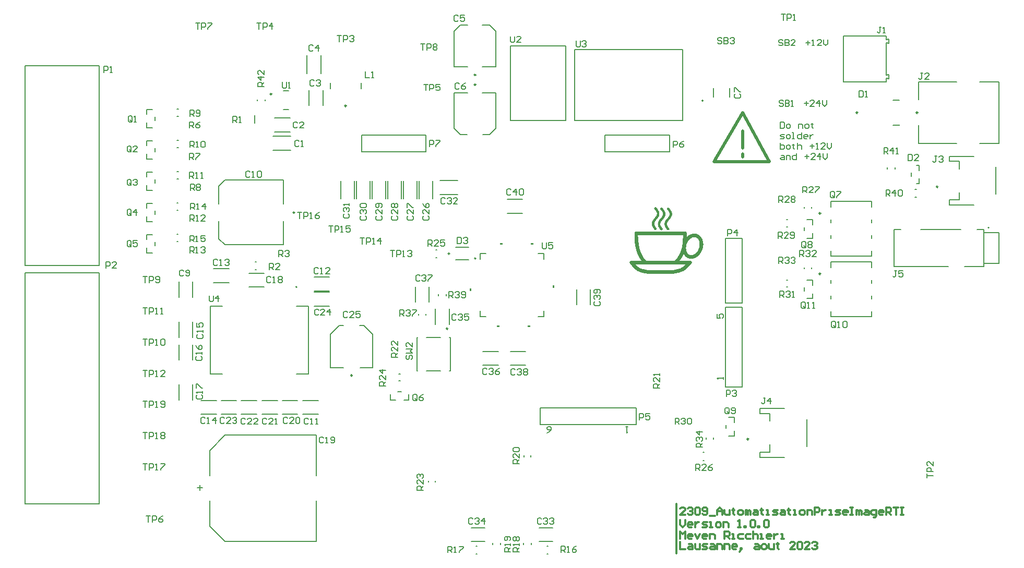
<source format=gbr>
%TF.GenerationSoftware,Altium Limited,Altium Designer,22.5.1 (42)*%
G04 Layer_Color=65535*
%FSLAX43Y43*%
%MOMM*%
%TF.SameCoordinates,16143D8C-65FE-44CA-9B93-5BB87F4A9255*%
%TF.FilePolarity,Positive*%
%TF.FileFunction,Legend,Top*%
%TF.Part,Single*%
G01*
G75*
%TA.AperFunction,NonConductor*%
%ADD82C,0.250*%
%ADD83C,0.200*%
%ADD84C,0.254*%
%ADD85C,0.500*%
%ADD86C,0.300*%
%ADD87C,0.127*%
%ADD88C,0.152*%
G36*
X72940Y38402D02*
X72560D01*
Y38148D01*
X72940D01*
Y38402D01*
D02*
G37*
G36*
X77940D02*
X77560D01*
Y38148D01*
X77940D01*
Y38402D01*
D02*
G37*
G36*
X68402Y44440D02*
X68148D01*
Y44060D01*
X68402D01*
Y44440D01*
D02*
G37*
G36*
X73440Y51598D02*
X73060D01*
Y51852D01*
X73440D01*
Y51598D01*
D02*
G37*
G36*
X78440D02*
X78060D01*
Y51852D01*
X78440D01*
Y51598D01*
D02*
G37*
G36*
X98330Y57592D02*
X98377D01*
Y57568D01*
X98400D01*
Y57545D01*
X98423D01*
Y57522D01*
X98447D01*
Y57499D01*
X98470D01*
Y57475D01*
X98493D01*
Y57452D01*
X98517D01*
Y57429D01*
X98540D01*
Y57405D01*
X98563D01*
Y57382D01*
X98586D01*
Y57336D01*
X98610D01*
Y57312D01*
X98633D01*
Y57289D01*
X98656D01*
Y57243D01*
X98679D01*
Y57219D01*
X98703D01*
Y57173D01*
X98726D01*
Y57149D01*
X98749D01*
Y57103D01*
X98773D01*
Y57056D01*
X98796D01*
Y57010D01*
X98819D01*
Y56963D01*
X98842D01*
Y56917D01*
X98866D01*
Y56847D01*
X98889D01*
Y56754D01*
X98912D01*
Y56381D01*
X98889D01*
Y56288D01*
X98866D01*
Y56219D01*
X98842D01*
Y56172D01*
X98819D01*
Y56125D01*
X98796D01*
Y56079D01*
X98773D01*
Y56032D01*
X98749D01*
Y56009D01*
X98726D01*
Y55963D01*
X98703D01*
Y55939D01*
X98679D01*
Y55893D01*
X98656D01*
Y55869D01*
X98633D01*
Y55846D01*
X98610D01*
Y55800D01*
X98586D01*
Y55776D01*
X98563D01*
Y55753D01*
X98540D01*
Y55730D01*
X98517D01*
Y55707D01*
X98493D01*
Y55660D01*
X98470D01*
Y55637D01*
X98447D01*
Y55613D01*
X98423D01*
Y55590D01*
X98400D01*
Y55567D01*
X98377D01*
Y55520D01*
X98354D01*
Y55497D01*
X98330D01*
Y55474D01*
X98307D01*
Y55451D01*
X98284D01*
Y55404D01*
X98261D01*
Y55381D01*
X98237D01*
Y55357D01*
X98214D01*
Y55311D01*
X98191D01*
Y55264D01*
X98167D01*
Y55218D01*
X98144D01*
Y55171D01*
X98121D01*
Y55125D01*
X98098D01*
Y55101D01*
Y55078D01*
Y54985D01*
X98074D01*
Y54915D01*
X98098D01*
Y54776D01*
X98121D01*
Y54706D01*
X98144D01*
Y54659D01*
X98167D01*
Y54613D01*
X98191D01*
Y54566D01*
X98214D01*
Y54520D01*
X98237D01*
Y54496D01*
X98261D01*
Y54450D01*
X98284D01*
Y54426D01*
X98307D01*
Y54380D01*
X98330D01*
Y54357D01*
X98354D01*
Y54333D01*
X98377D01*
Y54310D01*
X98400D01*
Y54264D01*
X98423D01*
Y54240D01*
X98447D01*
Y54194D01*
X98470D01*
Y54054D01*
X98447D01*
Y54008D01*
X98423D01*
Y53984D01*
X98400D01*
Y53961D01*
X98354D01*
Y53938D01*
X98191D01*
Y53961D01*
X98144D01*
Y53984D01*
X98121D01*
Y54008D01*
X98098D01*
Y54054D01*
X98074D01*
Y54077D01*
X98051D01*
Y54101D01*
X98028D01*
Y54124D01*
X98005D01*
Y54171D01*
X97981D01*
Y54194D01*
X97958D01*
Y54217D01*
X97935D01*
Y54264D01*
X97911D01*
Y54287D01*
X97888D01*
Y54333D01*
X97865D01*
Y54380D01*
X97842D01*
Y54426D01*
X97818D01*
Y54473D01*
X97795D01*
Y54520D01*
X97772D01*
Y54566D01*
X97748D01*
Y54636D01*
X97725D01*
Y54729D01*
X97702D01*
Y54869D01*
X97679D01*
Y55032D01*
X97702D01*
Y55171D01*
X97725D01*
Y55264D01*
X97748D01*
Y55311D01*
X97772D01*
Y55381D01*
X97795D01*
Y55404D01*
X97818D01*
Y55451D01*
X97842D01*
Y55497D01*
X97865D01*
Y55544D01*
X97888D01*
Y55567D01*
X97911D01*
Y55613D01*
X97935D01*
Y55637D01*
X97958D01*
Y55660D01*
X97981D01*
Y55707D01*
X98005D01*
Y55730D01*
X98028D01*
Y55753D01*
X98051D01*
Y55776D01*
X98074D01*
Y55823D01*
X98098D01*
Y55846D01*
X98121D01*
Y55869D01*
X98144D01*
Y55893D01*
X98167D01*
Y55916D01*
X98191D01*
Y55963D01*
X98214D01*
Y55986D01*
X98237D01*
Y56009D01*
X98261D01*
Y56032D01*
X98284D01*
Y56056D01*
X98307D01*
Y56102D01*
X98330D01*
Y56125D01*
X98354D01*
Y56149D01*
X98377D01*
Y56195D01*
X98400D01*
Y56219D01*
X98423D01*
Y56265D01*
X98447D01*
Y56312D01*
X98470D01*
Y56358D01*
X98493D01*
Y56428D01*
X98517D01*
Y56707D01*
X98493D01*
Y56777D01*
X98470D01*
Y56824D01*
X98447D01*
Y56870D01*
X98423D01*
Y56917D01*
X98400D01*
Y56963D01*
X98377D01*
Y56987D01*
X98354D01*
Y57033D01*
X98330D01*
Y57056D01*
X98307D01*
Y57080D01*
X98284D01*
Y57126D01*
X98261D01*
Y57149D01*
X98237D01*
Y57173D01*
X98214D01*
Y57196D01*
X98191D01*
Y57219D01*
X98167D01*
Y57243D01*
X98144D01*
Y57266D01*
X98121D01*
Y57312D01*
X98098D01*
Y57359D01*
X98074D01*
Y57475D01*
X98098D01*
Y57522D01*
X98121D01*
Y57545D01*
X98144D01*
Y57568D01*
X98167D01*
Y57592D01*
X98214D01*
Y57615D01*
X98330D01*
Y57592D01*
D02*
G37*
G36*
X100378Y57545D02*
X100425D01*
Y57522D01*
X100471D01*
Y57499D01*
X100495D01*
Y57475D01*
X100518D01*
Y57452D01*
X100541D01*
Y57429D01*
X100565D01*
Y57382D01*
X100588D01*
Y57359D01*
X100611D01*
Y57336D01*
X100634D01*
Y57312D01*
X100658D01*
Y57289D01*
X100681D01*
Y57243D01*
X100704D01*
Y57219D01*
X100727D01*
Y57196D01*
X100751D01*
Y57149D01*
X100774D01*
Y57103D01*
X100797D01*
Y57080D01*
X100821D01*
Y57033D01*
X100844D01*
Y56987D01*
X100867D01*
Y56940D01*
X100890D01*
Y56893D01*
X100914D01*
Y56824D01*
X100937D01*
Y56754D01*
X100960D01*
Y56637D01*
X100983D01*
Y56381D01*
X100960D01*
Y56288D01*
X100937D01*
Y56195D01*
X100914D01*
Y56149D01*
X100890D01*
Y56102D01*
X100867D01*
Y56056D01*
X100844D01*
Y56009D01*
X100821D01*
Y55963D01*
X100797D01*
Y55939D01*
X100774D01*
Y55893D01*
X100751D01*
Y55869D01*
X100727D01*
Y55846D01*
X100704D01*
Y55800D01*
X100681D01*
Y55776D01*
X100658D01*
Y55753D01*
X100634D01*
Y55730D01*
X100611D01*
Y55683D01*
X100588D01*
Y55660D01*
X100565D01*
Y55637D01*
X100541D01*
Y55613D01*
X100518D01*
Y55590D01*
X100495D01*
Y55544D01*
X100471D01*
Y55520D01*
X100448D01*
Y55497D01*
X100425D01*
Y55474D01*
X100402D01*
Y55451D01*
X100378D01*
Y55404D01*
X100355D01*
Y55381D01*
X100332D01*
Y55357D01*
X100309D01*
Y55311D01*
X100285D01*
Y55288D01*
X100262D01*
Y55241D01*
X100239D01*
Y55195D01*
X100215D01*
Y55148D01*
X100192D01*
Y55101D01*
X100169D01*
Y55032D01*
X100146D01*
Y54776D01*
X100169D01*
Y54683D01*
X100192D01*
Y54636D01*
X100215D01*
Y54589D01*
X100239D01*
Y54543D01*
X100262D01*
Y54496D01*
X100285D01*
Y54450D01*
X100309D01*
Y54426D01*
X100332D01*
Y54380D01*
X100355D01*
Y54357D01*
X100378D01*
Y54333D01*
X100402D01*
Y54287D01*
X100425D01*
Y54264D01*
X100448D01*
Y54240D01*
X100471D01*
Y54217D01*
X100495D01*
Y54171D01*
X100518D01*
Y54101D01*
X100541D01*
Y54054D01*
X100518D01*
Y53984D01*
X100495D01*
Y53938D01*
X100471D01*
Y53914D01*
X100425D01*
Y53891D01*
X100239D01*
Y53914D01*
X100215D01*
Y53938D01*
X100192D01*
Y53961D01*
X100169D01*
Y53984D01*
X100146D01*
Y54008D01*
X100122D01*
Y54031D01*
X100099D01*
Y54077D01*
X100076D01*
Y54101D01*
X100053D01*
Y54124D01*
X100029D01*
Y54171D01*
X100006D01*
Y54194D01*
X99983D01*
Y54240D01*
X99959D01*
Y54264D01*
X99936D01*
Y54310D01*
X99913D01*
Y54357D01*
X99890D01*
Y54380D01*
X99866D01*
Y54450D01*
X99843D01*
Y54496D01*
X99820D01*
Y54543D01*
X99797D01*
Y54636D01*
X99773D01*
Y54729D01*
X99750D01*
Y55078D01*
X99773D01*
Y55171D01*
X99797D01*
Y55241D01*
X99820D01*
Y55288D01*
X99843D01*
Y55357D01*
X99866D01*
Y55381D01*
X99890D01*
Y55427D01*
X99913D01*
Y55474D01*
X99936D01*
Y55497D01*
X99959D01*
Y55544D01*
X99983D01*
Y55567D01*
X100006D01*
Y55613D01*
X100029D01*
Y55637D01*
X100053D01*
Y55660D01*
X100076D01*
Y55707D01*
X100099D01*
Y55730D01*
X100122D01*
Y55753D01*
X100146D01*
Y55776D01*
X100169D01*
Y55800D01*
X100192D01*
Y55846D01*
X100215D01*
Y55869D01*
X100239D01*
Y55893D01*
X100262D01*
Y55916D01*
X100285D01*
Y55939D01*
X100309D01*
Y55986D01*
X100332D01*
Y56009D01*
X100355D01*
Y56032D01*
X100378D01*
Y56056D01*
X100402D01*
Y56102D01*
X100425D01*
Y56125D01*
X100448D01*
Y56149D01*
X100471D01*
Y56195D01*
X100495D01*
Y56242D01*
X100518D01*
Y56288D01*
X100541D01*
Y56335D01*
X100565D01*
Y56428D01*
X100588D01*
Y56591D01*
X100565D01*
Y56684D01*
X100541D01*
Y56754D01*
X100518D01*
Y56800D01*
X100495D01*
Y56847D01*
X100471D01*
Y56893D01*
X100448D01*
Y56917D01*
X100425D01*
Y56963D01*
X100402D01*
Y56987D01*
X100378D01*
Y57033D01*
X100355D01*
Y57056D01*
X100332D01*
Y57080D01*
X100309D01*
Y57103D01*
X100285D01*
Y57126D01*
X100262D01*
Y57173D01*
X100239D01*
Y57196D01*
X100215D01*
Y57219D01*
X100192D01*
Y57243D01*
X100169D01*
Y57266D01*
X100146D01*
Y57452D01*
X100169D01*
Y57499D01*
X100192D01*
Y57522D01*
X100239D01*
Y57545D01*
X100285D01*
Y57568D01*
X100378D01*
Y57545D01*
D02*
G37*
G36*
X99308D02*
X99354D01*
Y57522D01*
X99378D01*
Y57499D01*
X99401D01*
Y57475D01*
X99424D01*
Y57452D01*
X99447D01*
Y57429D01*
X99471D01*
Y57405D01*
X99494D01*
Y57382D01*
X99517D01*
Y57359D01*
X99541D01*
Y57336D01*
X99564D01*
Y57289D01*
X99587D01*
Y57266D01*
X99610D01*
Y57243D01*
X99634D01*
Y57196D01*
X99657D01*
Y57173D01*
X99680D01*
Y57149D01*
X99703D01*
Y57103D01*
X99727D01*
Y57056D01*
X99750D01*
Y57010D01*
X99773D01*
Y56987D01*
X99797D01*
Y56917D01*
X99820D01*
Y56870D01*
X99843D01*
Y56800D01*
X99866D01*
Y56731D01*
X99890D01*
Y56521D01*
X99913D01*
Y56498D01*
X99890D01*
Y56312D01*
X99866D01*
Y56219D01*
X99843D01*
Y56172D01*
X99820D01*
Y56125D01*
X99797D01*
Y56056D01*
X99773D01*
Y56032D01*
X99750D01*
Y55986D01*
X99727D01*
Y55939D01*
X99703D01*
Y55916D01*
X99680D01*
Y55869D01*
X99657D01*
Y55846D01*
X99634D01*
Y55823D01*
X99610D01*
Y55776D01*
X99587D01*
Y55753D01*
X99564D01*
Y55730D01*
X99541D01*
Y55707D01*
X99517D01*
Y55660D01*
X99494D01*
Y55637D01*
X99471D01*
Y55613D01*
X99447D01*
Y55590D01*
X99424D01*
Y55567D01*
X99401D01*
Y55544D01*
X99378D01*
Y55497D01*
X99354D01*
Y55474D01*
X99331D01*
Y55451D01*
X99308D01*
Y55427D01*
X99285D01*
Y55381D01*
X99261D01*
Y55357D01*
X99238D01*
Y55334D01*
X99215D01*
Y55288D01*
X99191D01*
Y55264D01*
X99168D01*
Y55218D01*
X99145D01*
Y55171D01*
X99122D01*
Y55125D01*
X99098D01*
Y55055D01*
X99075D01*
Y54729D01*
X99098D01*
Y54659D01*
X99122D01*
Y54613D01*
X99145D01*
Y54566D01*
X99168D01*
Y54520D01*
X99191D01*
Y54473D01*
X99215D01*
Y54450D01*
X99238D01*
Y54403D01*
X99261D01*
Y54380D01*
X99285D01*
Y54333D01*
X99308D01*
Y54310D01*
X99331D01*
Y54287D01*
X99354D01*
Y54264D01*
X99378D01*
Y54217D01*
X99401D01*
Y54194D01*
X99424D01*
Y54147D01*
X99447D01*
Y54008D01*
X99424D01*
Y53961D01*
X99401D01*
Y53938D01*
X99378D01*
Y53914D01*
X99354D01*
Y53891D01*
X99261D01*
Y53868D01*
X99238D01*
Y53891D01*
X99168D01*
Y53914D01*
X99122D01*
Y53938D01*
X99098D01*
Y53961D01*
X99075D01*
Y54008D01*
X99052D01*
Y54031D01*
X99029D01*
Y54054D01*
X99005D01*
Y54077D01*
X98982D01*
Y54124D01*
X98959D01*
Y54147D01*
X98935D01*
Y54171D01*
X98912D01*
Y54194D01*
Y54217D01*
X98889D01*
Y54264D01*
X98866D01*
Y54287D01*
X98842D01*
Y54333D01*
X98819D01*
Y54380D01*
X98796D01*
Y54426D01*
X98773D01*
Y54473D01*
X98749D01*
Y54543D01*
X98726D01*
Y54589D01*
X98703D01*
Y54683D01*
X98679D01*
Y54869D01*
X98656D01*
Y54915D01*
X98679D01*
Y55101D01*
X98703D01*
Y55195D01*
X98726D01*
Y55264D01*
X98749D01*
Y55311D01*
X98773D01*
Y55357D01*
X98796D01*
Y55404D01*
X98819D01*
Y55451D01*
X98842D01*
Y55474D01*
X98866D01*
Y55520D01*
X98889D01*
Y55544D01*
X98912D01*
Y55590D01*
X98935D01*
Y55613D01*
X98959D01*
Y55637D01*
X98982D01*
Y55683D01*
X99005D01*
Y55707D01*
X99029D01*
Y55730D01*
X99052D01*
Y55753D01*
X99075D01*
Y55800D01*
X99098D01*
Y55823D01*
X99122D01*
Y55846D01*
X99145D01*
Y55869D01*
X99168D01*
Y55893D01*
X99191D01*
Y55939D01*
X99215D01*
Y55963D01*
X99238D01*
Y55986D01*
X99261D01*
Y56009D01*
X99285D01*
Y56032D01*
X99308D01*
Y56079D01*
X99331D01*
Y56102D01*
X99354D01*
Y56149D01*
X99378D01*
Y56172D01*
X99401D01*
Y56219D01*
X99424D01*
Y56265D01*
X99447D01*
Y56312D01*
X99471D01*
Y56358D01*
X99494D01*
Y56661D01*
X99471D01*
Y56731D01*
X99447D01*
Y56777D01*
X99424D01*
Y56824D01*
X99401D01*
Y56870D01*
X99378D01*
Y56917D01*
X99354D01*
Y56940D01*
X99331D01*
Y56987D01*
X99308D01*
Y57010D01*
X99285D01*
Y57033D01*
X99261D01*
Y57080D01*
X99238D01*
Y57103D01*
X99215D01*
Y57126D01*
X99191D01*
Y57149D01*
X99168D01*
Y57173D01*
X99145D01*
Y57196D01*
X99122D01*
Y57219D01*
X99098D01*
Y57266D01*
X99075D01*
Y57312D01*
X99052D01*
Y57405D01*
X99075D01*
Y57475D01*
X99098D01*
Y57499D01*
X99122D01*
Y57522D01*
X99145D01*
Y57545D01*
X99215D01*
Y57568D01*
X99308D01*
Y57545D01*
D02*
G37*
G36*
X103101Y53682D02*
X103171D01*
Y53658D01*
X103218D01*
Y53635D01*
X103241D01*
Y53612D01*
X103264D01*
Y53589D01*
X103288D01*
Y53565D01*
X103311D01*
Y53519D01*
X103334D01*
Y53449D01*
X103357D01*
Y52890D01*
X103334D01*
Y52797D01*
X103381D01*
Y52821D01*
X103404D01*
Y52844D01*
X103427D01*
Y52867D01*
X103450D01*
Y52890D01*
X103474D01*
Y52914D01*
X103497D01*
Y52937D01*
X103520D01*
Y52960D01*
X103544D01*
Y52984D01*
X103590D01*
Y53007D01*
X103613D01*
Y53030D01*
X103637D01*
Y53053D01*
X103683D01*
Y53077D01*
X103706D01*
Y53100D01*
X103753D01*
Y53123D01*
X103800D01*
Y53146D01*
X103846D01*
Y53170D01*
X103869D01*
Y53193D01*
X103939D01*
Y53216D01*
X103986D01*
Y53240D01*
X104032D01*
Y53263D01*
X104102D01*
Y53286D01*
X104172D01*
Y53309D01*
X104288D01*
Y53333D01*
X104428D01*
Y53356D01*
X104730D01*
Y53333D01*
X104847D01*
Y53309D01*
X104940D01*
Y53286D01*
X105010D01*
Y53263D01*
X105080D01*
Y53240D01*
X105126D01*
Y53216D01*
X105173D01*
Y53193D01*
X105219D01*
Y53170D01*
X105266D01*
Y53146D01*
X105312D01*
Y53123D01*
X105336D01*
Y53100D01*
X105359D01*
Y53077D01*
X105405D01*
Y53053D01*
X105429D01*
Y53030D01*
X105452D01*
Y53007D01*
X105475D01*
Y52984D01*
X105498D01*
Y52960D01*
X105522D01*
Y52937D01*
X105545D01*
Y52914D01*
X105568D01*
Y52890D01*
X105592D01*
Y52867D01*
X105615D01*
Y52844D01*
X105638D01*
Y52821D01*
X105661D01*
Y52774D01*
X105685D01*
Y52751D01*
X105708D01*
Y52704D01*
X105731D01*
Y52681D01*
X105755D01*
Y52634D01*
X105778D01*
Y52588D01*
X105801D01*
Y52541D01*
X105824D01*
Y52495D01*
X105848D01*
Y52448D01*
X105871D01*
Y52402D01*
X105894D01*
Y52332D01*
X105917D01*
Y52262D01*
X105941D01*
Y52192D01*
X105964D01*
Y52076D01*
X105987D01*
Y51960D01*
X106011D01*
Y51750D01*
X106034D01*
Y51448D01*
X106011D01*
Y51238D01*
X105987D01*
Y51098D01*
X105964D01*
Y51005D01*
X105941D01*
Y50912D01*
X105917D01*
Y50842D01*
X105894D01*
Y50773D01*
X105871D01*
Y50703D01*
X105848D01*
Y50633D01*
X105824D01*
Y50586D01*
X105801D01*
Y50540D01*
X105778D01*
Y50470D01*
X105755D01*
Y50424D01*
X105731D01*
Y50377D01*
X105708D01*
Y50354D01*
X105685D01*
Y50307D01*
X105661D01*
Y50261D01*
X105638D01*
Y50214D01*
X105615D01*
Y50191D01*
X105592D01*
Y50144D01*
X105568D01*
Y50121D01*
X105545D01*
Y50098D01*
X105522D01*
Y50051D01*
X105498D01*
Y50028D01*
X105475D01*
Y50005D01*
X105452D01*
Y49958D01*
X105429D01*
Y49935D01*
X105405D01*
Y49911D01*
X105382D01*
Y49888D01*
X105359D01*
Y49865D01*
X105336D01*
Y49842D01*
X105312D01*
Y49818D01*
X105289D01*
Y49795D01*
X105266D01*
Y49772D01*
X105242D01*
Y49749D01*
X105219D01*
Y49725D01*
X105196D01*
Y49702D01*
X105173D01*
Y49679D01*
X105149D01*
Y49655D01*
X105103D01*
Y49632D01*
X105080D01*
Y49609D01*
X105056D01*
Y49586D01*
X105010D01*
Y49562D01*
X104986D01*
Y49539D01*
X104940D01*
Y49516D01*
X104917D01*
Y49493D01*
X104870D01*
Y49469D01*
X104824D01*
Y49446D01*
X104800D01*
Y49423D01*
X104754D01*
Y49399D01*
X104684D01*
Y49376D01*
X104637D01*
Y49353D01*
X104568D01*
Y49330D01*
X104498D01*
Y49306D01*
X104405D01*
Y49283D01*
X104288D01*
Y49260D01*
X103893D01*
Y49283D01*
X103776D01*
Y49306D01*
X103683D01*
Y49330D01*
X103613D01*
Y49353D01*
X103567D01*
Y49376D01*
X103520D01*
Y49399D01*
X103474D01*
Y49423D01*
X103427D01*
Y49446D01*
X103381D01*
Y49469D01*
X103357D01*
Y49493D01*
X103311D01*
Y49516D01*
X103288D01*
Y49539D01*
X103264D01*
Y49562D01*
X103218D01*
Y49586D01*
X103194D01*
Y49609D01*
X103171D01*
Y49632D01*
X103148D01*
Y49655D01*
X103125D01*
Y49679D01*
X103101D01*
Y49702D01*
X103078D01*
Y49725D01*
X103055D01*
Y49749D01*
X103032D01*
Y49795D01*
X103008D01*
Y49818D01*
X102985D01*
Y49842D01*
X102962D01*
Y49888D01*
X102938D01*
Y49911D01*
X102915D01*
Y49958D01*
X102892D01*
Y50005D01*
X102869D01*
Y50028D01*
X102822D01*
Y49958D01*
X102799D01*
Y49911D01*
X102776D01*
Y49865D01*
X102752D01*
Y49818D01*
X102729D01*
Y49772D01*
X102706D01*
Y49725D01*
X102682D01*
Y49679D01*
X102659D01*
Y49632D01*
X102636D01*
Y49586D01*
X102613D01*
Y49539D01*
X102589D01*
Y49516D01*
X102566D01*
Y49469D01*
X102543D01*
Y49423D01*
X102520D01*
Y49376D01*
X102496D01*
Y49353D01*
X102473D01*
Y49306D01*
X102450D01*
Y49283D01*
X102426D01*
Y49237D01*
X102403D01*
Y49213D01*
X102380D01*
Y49167D01*
X102357D01*
Y49143D01*
X102333D01*
Y49097D01*
X102310D01*
Y49074D01*
X102287D01*
Y49027D01*
X102264D01*
Y49004D01*
X102240D01*
Y48981D01*
X102217D01*
Y48957D01*
X103939D01*
Y48934D01*
X104009D01*
Y48911D01*
X104056D01*
Y48887D01*
X104079D01*
Y48864D01*
X104102D01*
Y48841D01*
X104125D01*
Y48794D01*
X104149D01*
Y48748D01*
X104172D01*
Y48562D01*
X104149D01*
Y48515D01*
X104125D01*
Y48469D01*
X104102D01*
Y48445D01*
X104079D01*
Y48422D01*
X104056D01*
Y48399D01*
X104032D01*
Y48375D01*
X104009D01*
Y48352D01*
X103986D01*
Y48329D01*
X103962D01*
Y48306D01*
X103939D01*
Y48282D01*
X103916D01*
Y48259D01*
X103893D01*
Y48236D01*
X103869D01*
Y48213D01*
X103846D01*
Y48189D01*
X103823D01*
Y48166D01*
X103800D01*
Y48143D01*
X103776D01*
Y48119D01*
X103753D01*
Y48096D01*
X103730D01*
Y48050D01*
X103706D01*
Y48026D01*
X103683D01*
Y48003D01*
X103660D01*
Y47980D01*
X103637D01*
Y47957D01*
X103613D01*
Y47933D01*
X103590D01*
Y47910D01*
X103567D01*
Y47887D01*
X103544D01*
Y47863D01*
X103520D01*
Y47840D01*
X103497D01*
Y47817D01*
X103474D01*
Y47794D01*
X103450D01*
Y47770D01*
X103427D01*
Y47747D01*
X103404D01*
Y47724D01*
X103381D01*
Y47701D01*
X103357D01*
Y47677D01*
X103334D01*
Y47654D01*
X103311D01*
Y47631D01*
X103288D01*
Y47607D01*
X103264D01*
Y47584D01*
X103241D01*
Y47561D01*
X103194D01*
Y47538D01*
X103171D01*
Y47514D01*
X103148D01*
Y47491D01*
X103101D01*
Y47468D01*
X103078D01*
Y47445D01*
X103055D01*
Y47421D01*
X103008D01*
Y47398D01*
X102985D01*
Y47375D01*
X102938D01*
Y47351D01*
X102892D01*
Y47328D01*
X102845D01*
Y47305D01*
X102822D01*
Y47282D01*
X102776D01*
Y47258D01*
X102729D01*
Y47235D01*
X102682D01*
Y47212D01*
X102613D01*
Y47189D01*
X102566D01*
Y47165D01*
X102496D01*
Y47142D01*
X102450D01*
Y47119D01*
X102380D01*
Y47095D01*
X102310D01*
Y47072D01*
X102240D01*
Y47049D01*
X102147D01*
Y47026D01*
X102077D01*
Y47002D01*
X101984D01*
Y46979D01*
X101891D01*
Y46956D01*
X101798D01*
Y46933D01*
X101682D01*
Y46909D01*
X101565D01*
Y46886D01*
X101426D01*
Y46863D01*
X101309D01*
Y46839D01*
X101146D01*
Y46816D01*
X97074D01*
Y46839D01*
X96887D01*
Y46863D01*
X96748D01*
Y46886D01*
X96608D01*
Y46909D01*
X96468D01*
Y46933D01*
X96352D01*
Y46956D01*
X96259D01*
Y46979D01*
X96166D01*
Y47002D01*
X96073D01*
Y47026D01*
X95980D01*
Y47049D01*
X95910D01*
Y47072D01*
X95840D01*
Y47095D01*
X95770D01*
Y47119D01*
X95700D01*
Y47142D01*
X95654D01*
Y47165D01*
X95584D01*
Y47189D01*
X95538D01*
Y47212D01*
X95491D01*
Y47235D01*
X95444D01*
Y47258D01*
X95398D01*
Y47282D01*
X95351D01*
Y47305D01*
X95328D01*
Y47328D01*
X95282D01*
Y47351D01*
X95235D01*
Y47375D01*
X95212D01*
Y47398D01*
X95165D01*
Y47421D01*
X95142D01*
Y47445D01*
X95119D01*
Y47468D01*
X95072D01*
Y47491D01*
X95049D01*
Y47514D01*
X95026D01*
Y47538D01*
X95002D01*
Y47561D01*
X94956D01*
Y47584D01*
X94932D01*
Y47607D01*
X94909D01*
Y47631D01*
X94886D01*
Y47654D01*
X94863D01*
Y47677D01*
X94839D01*
Y47701D01*
X94816D01*
Y47724D01*
X94793D01*
Y47747D01*
X94770D01*
Y47770D01*
X94746D01*
Y47794D01*
X94723D01*
Y47817D01*
X94700D01*
Y47840D01*
X94676D01*
Y47887D01*
X94653D01*
Y47910D01*
X94630D01*
Y47933D01*
X94607D01*
Y47957D01*
X94583D01*
Y47980D01*
X94560D01*
Y48003D01*
X94537D01*
Y48026D01*
X94514D01*
Y48050D01*
X94490D01*
Y48096D01*
X94467D01*
Y48119D01*
X94444D01*
Y48143D01*
X94420D01*
Y48166D01*
X94397D01*
Y48189D01*
X94374D01*
Y48213D01*
X94351D01*
Y48236D01*
X94327D01*
Y48282D01*
X94304D01*
Y48306D01*
X94281D01*
Y48329D01*
X94258D01*
Y48352D01*
X94234D01*
Y48375D01*
X94211D01*
Y48399D01*
X94188D01*
Y48422D01*
X94164D01*
Y48445D01*
X94141D01*
Y48469D01*
X94118D01*
Y48492D01*
X94095D01*
Y48562D01*
X94071D01*
Y48771D01*
X94095D01*
Y48818D01*
X94118D01*
Y48841D01*
X94141D01*
Y48864D01*
X94164D01*
Y48887D01*
X94188D01*
Y48911D01*
X94234D01*
Y48934D01*
X94304D01*
Y48957D01*
X95980D01*
Y48981D01*
X95956D01*
Y49004D01*
X95933D01*
Y49027D01*
X95910D01*
Y49074D01*
X95887D01*
Y49097D01*
X95863D01*
Y49143D01*
X95840D01*
Y49167D01*
X95817D01*
Y49213D01*
X95794D01*
Y49260D01*
X95770D01*
Y49283D01*
X95747D01*
Y49330D01*
X95724D01*
Y49353D01*
X95700D01*
Y49399D01*
X95677D01*
Y49446D01*
X95654D01*
Y49493D01*
X95631D01*
Y49539D01*
X95607D01*
Y49562D01*
X95584D01*
Y49609D01*
X95561D01*
Y49655D01*
X95538D01*
Y49702D01*
X95514D01*
Y49749D01*
X95491D01*
Y49795D01*
X95468D01*
Y49865D01*
X95444D01*
Y49911D01*
X95421D01*
Y49958D01*
X95398D01*
Y50028D01*
X95375D01*
Y50074D01*
X95351D01*
Y50144D01*
X95328D01*
Y50191D01*
X95305D01*
Y50261D01*
X95282D01*
Y50330D01*
X95258D01*
Y50400D01*
X95235D01*
Y50470D01*
X95212D01*
Y50540D01*
X95188D01*
Y50610D01*
X95165D01*
Y50703D01*
X95142D01*
Y50796D01*
X95119D01*
Y50866D01*
X95095D01*
Y50982D01*
X95072D01*
Y51075D01*
X95049D01*
Y51192D01*
X95026D01*
Y51308D01*
X95002D01*
Y51448D01*
X94979D01*
Y51587D01*
X94956D01*
Y51750D01*
X94932D01*
Y51983D01*
X94909D01*
Y52216D01*
X94886D01*
Y52565D01*
X94863D01*
Y53519D01*
X94886D01*
Y53565D01*
X94909D01*
Y53589D01*
X94932D01*
Y53612D01*
X94956D01*
Y53635D01*
X94979D01*
Y53658D01*
X95026D01*
Y53682D01*
X95095D01*
Y53705D01*
X103101D01*
Y53682D01*
D02*
G37*
G36*
X81852Y44560D02*
X81598D01*
Y44940D01*
X81852D01*
Y44560D01*
D02*
G37*
%LPC*%
G36*
X104730Y52751D02*
X104405D01*
Y52728D01*
X104312D01*
Y52704D01*
X104242D01*
Y52681D01*
X104195D01*
Y52658D01*
X104149D01*
Y52634D01*
X104102D01*
Y52611D01*
X104056D01*
Y52588D01*
X104009D01*
Y52565D01*
X103986D01*
Y52541D01*
X103962D01*
Y52518D01*
X103916D01*
Y52495D01*
X103893D01*
Y52472D01*
X103869D01*
Y52448D01*
X103846D01*
Y52425D01*
X103823D01*
Y52402D01*
X103800D01*
Y52378D01*
X103776D01*
Y52355D01*
X103753D01*
Y52332D01*
X103730D01*
Y52309D01*
X103706D01*
Y52285D01*
X103683D01*
Y52262D01*
X103660D01*
Y52239D01*
X103637D01*
Y52192D01*
X103613D01*
Y52169D01*
X103590D01*
Y52146D01*
X103567D01*
Y52099D01*
X103544D01*
Y52053D01*
X103520D01*
Y52029D01*
X103497D01*
Y51983D01*
X103474D01*
Y51936D01*
X103450D01*
Y51890D01*
X103427D01*
Y51843D01*
X103404D01*
Y51797D01*
X103381D01*
Y51727D01*
X103357D01*
Y51680D01*
X103334D01*
Y51610D01*
X103311D01*
Y51541D01*
X103288D01*
Y51424D01*
X103264D01*
Y51331D01*
X103241D01*
Y51122D01*
X103218D01*
Y50889D01*
X103241D01*
Y50703D01*
X103264D01*
Y50586D01*
X103288D01*
Y50517D01*
X103311D01*
Y50447D01*
X103334D01*
Y50400D01*
X103357D01*
Y50330D01*
X103381D01*
Y50307D01*
X103404D01*
Y50261D01*
X103427D01*
Y50214D01*
X103450D01*
Y50191D01*
X103474D01*
Y50144D01*
X103497D01*
Y50121D01*
X103520D01*
Y50098D01*
X103544D01*
Y50074D01*
X103567D01*
Y50051D01*
X103590D01*
Y50028D01*
X103613D01*
Y50005D01*
X103660D01*
Y49981D01*
X103683D01*
Y49958D01*
X103730D01*
Y49935D01*
X103776D01*
Y49911D01*
X103823D01*
Y49888D01*
X103893D01*
Y49865D01*
X104032D01*
Y49842D01*
X104149D01*
Y49865D01*
X104288D01*
Y49888D01*
X104358D01*
Y49911D01*
X104428D01*
Y49935D01*
X104474D01*
Y49958D01*
X104521D01*
Y49981D01*
X104568D01*
Y50005D01*
X104614D01*
Y50028D01*
X104637D01*
Y50051D01*
X104684D01*
Y50074D01*
X104707D01*
Y50098D01*
X104754D01*
Y50121D01*
X104777D01*
Y50144D01*
X104800D01*
Y50167D01*
X104824D01*
Y50191D01*
X104847D01*
Y50214D01*
X104870D01*
Y50237D01*
X104893D01*
Y50261D01*
X104917D01*
Y50284D01*
X104940D01*
Y50307D01*
X104963D01*
Y50330D01*
X104986D01*
Y50354D01*
X105010D01*
Y50400D01*
X105033D01*
Y50424D01*
X105056D01*
Y50447D01*
X105080D01*
Y50493D01*
X105103D01*
Y50517D01*
X105126D01*
Y50563D01*
X105149D01*
Y50610D01*
X105173D01*
Y50656D01*
X105196D01*
Y50680D01*
X105219D01*
Y50726D01*
X105242D01*
Y50796D01*
X105266D01*
Y50842D01*
X105289D01*
Y50889D01*
X105312D01*
Y50959D01*
X105336D01*
Y51029D01*
X105359D01*
Y51122D01*
X105382D01*
Y51215D01*
X105405D01*
Y51354D01*
X105429D01*
Y51843D01*
X105405D01*
Y51983D01*
X105382D01*
Y52053D01*
X105359D01*
Y52122D01*
X105336D01*
Y52192D01*
X105312D01*
Y52239D01*
X105289D01*
Y52285D01*
X105266D01*
Y52332D01*
X105242D01*
Y52378D01*
X105219D01*
Y52402D01*
X105196D01*
Y52448D01*
X105173D01*
Y52472D01*
X105149D01*
Y52495D01*
X105126D01*
Y52518D01*
X105103D01*
Y52541D01*
X105080D01*
Y52565D01*
X105056D01*
Y52588D01*
X105033D01*
Y52611D01*
X104986D01*
Y52634D01*
X104963D01*
Y52658D01*
X104917D01*
Y52681D01*
X104870D01*
Y52704D01*
X104824D01*
Y52728D01*
X104730D01*
Y52751D01*
D02*
G37*
G36*
X102752Y53100D02*
X95444D01*
Y52867D01*
X95468D01*
Y52378D01*
X95491D01*
Y52099D01*
X95514D01*
Y51890D01*
X95538D01*
Y51704D01*
X95561D01*
Y51564D01*
X95584D01*
Y51424D01*
X95607D01*
Y51308D01*
X95631D01*
Y51192D01*
X95654D01*
Y51098D01*
X95677D01*
Y51005D01*
X95700D01*
Y50912D01*
X95724D01*
Y50819D01*
X95747D01*
Y50749D01*
X95770D01*
Y50656D01*
X95794D01*
Y50586D01*
X95817D01*
Y50517D01*
X95840D01*
Y50470D01*
X95863D01*
Y50400D01*
X95887D01*
Y50330D01*
X95910D01*
Y50284D01*
X95933D01*
Y50214D01*
X95956D01*
Y50167D01*
X95980D01*
Y50121D01*
X96003D01*
Y50051D01*
X96026D01*
Y50005D01*
X96050D01*
Y49958D01*
X96073D01*
Y49911D01*
X96096D01*
Y49865D01*
X96119D01*
Y49842D01*
X96143D01*
Y49795D01*
X96166D01*
Y49749D01*
X96189D01*
Y49702D01*
X96212D01*
Y49655D01*
X96236D01*
Y49632D01*
X96259D01*
Y49586D01*
X96282D01*
Y49539D01*
X96306D01*
Y49516D01*
X96329D01*
Y49469D01*
X96352D01*
Y49446D01*
X96375D01*
Y49399D01*
X96399D01*
Y49376D01*
X96422D01*
Y49353D01*
X96445D01*
Y49306D01*
X96468D01*
Y49283D01*
X96492D01*
Y49237D01*
X96515D01*
Y49213D01*
X96538D01*
Y49190D01*
X96562D01*
Y49167D01*
X96585D01*
Y49120D01*
X96608D01*
Y49097D01*
X96631D01*
Y49074D01*
X96655D01*
Y49050D01*
X96678D01*
Y49004D01*
X96701D01*
Y48981D01*
X96724D01*
Y48957D01*
X101449D01*
Y48981D01*
X101472D01*
Y49004D01*
X101495D01*
Y49027D01*
X101519D01*
Y49050D01*
X101542D01*
Y49074D01*
X101565D01*
Y49097D01*
X101589D01*
Y49143D01*
X101612D01*
Y49167D01*
X101635D01*
Y49190D01*
X101658D01*
Y49213D01*
X101682D01*
Y49260D01*
X101705D01*
Y49283D01*
X101728D01*
Y49306D01*
X101752D01*
Y49353D01*
X101775D01*
Y49376D01*
X101798D01*
Y49399D01*
X101821D01*
Y49446D01*
X101845D01*
Y49469D01*
X101868D01*
Y49516D01*
X101891D01*
Y49539D01*
X101914D01*
Y49586D01*
X101938D01*
Y49609D01*
X101961D01*
Y49655D01*
X101984D01*
Y49679D01*
X102008D01*
Y49725D01*
X102031D01*
Y49772D01*
X102054D01*
Y49818D01*
X102077D01*
Y49842D01*
X102101D01*
Y49888D01*
X102124D01*
Y49935D01*
X102147D01*
Y49981D01*
X102170D01*
Y50028D01*
X102194D01*
Y50074D01*
X102217D01*
Y50121D01*
X102240D01*
Y50167D01*
X102264D01*
Y50214D01*
X102287D01*
Y50284D01*
X102310D01*
Y50330D01*
X102333D01*
Y50400D01*
X102357D01*
Y50447D01*
X102380D01*
Y50517D01*
X102403D01*
Y50586D01*
X102426D01*
Y50656D01*
X102450D01*
Y50726D01*
X102473D01*
Y50819D01*
X102496D01*
Y50889D01*
X102520D01*
Y50982D01*
X102543D01*
Y51075D01*
X102566D01*
Y51192D01*
X102589D01*
Y51285D01*
X102613D01*
Y51424D01*
X102636D01*
Y51564D01*
X102659D01*
Y51727D01*
X102682D01*
Y51936D01*
X102706D01*
Y52169D01*
X102729D01*
Y52541D01*
X102752D01*
Y53100D01*
D02*
G37*
G36*
X103171Y48352D02*
X95049D01*
Y48329D01*
X95072D01*
Y48306D01*
X95095D01*
Y48282D01*
X95119D01*
Y48236D01*
X95142D01*
Y48213D01*
X95165D01*
Y48189D01*
X95188D01*
Y48166D01*
X95212D01*
Y48143D01*
X95235D01*
Y48119D01*
X95258D01*
Y48096D01*
X95282D01*
Y48073D01*
X95305D01*
Y48050D01*
X95328D01*
Y48026D01*
X95351D01*
Y48003D01*
X95398D01*
Y47980D01*
X95421D01*
Y47957D01*
X95444D01*
Y47933D01*
X95468D01*
Y47910D01*
X95514D01*
Y47887D01*
X95538D01*
Y47863D01*
X95584D01*
Y47840D01*
X95631D01*
Y47817D01*
X95654D01*
Y47794D01*
X95700D01*
Y47770D01*
X95747D01*
Y47747D01*
X95794D01*
Y47724D01*
X95863D01*
Y47701D01*
X95910D01*
Y47677D01*
X95980D01*
Y47654D01*
X96050D01*
Y47631D01*
X96119D01*
Y47607D01*
X96189D01*
Y47584D01*
X96282D01*
Y47561D01*
X96375D01*
Y47538D01*
X96492D01*
Y47514D01*
X96585D01*
Y47491D01*
X96724D01*
Y47468D01*
X96864D01*
Y47445D01*
X97027D01*
Y47421D01*
X97190D01*
Y47398D01*
X101030D01*
Y47421D01*
X101170D01*
Y47445D01*
X101309D01*
Y47468D01*
X101449D01*
Y47491D01*
X101565D01*
Y47514D01*
X101658D01*
Y47538D01*
X101775D01*
Y47561D01*
X101868D01*
Y47584D01*
X101938D01*
Y47607D01*
X102031D01*
Y47631D01*
X102101D01*
Y47654D01*
X102170D01*
Y47677D01*
X102240D01*
Y47701D01*
X102310D01*
Y47724D01*
X102357D01*
Y47747D01*
X102403D01*
Y47770D01*
X102473D01*
Y47794D01*
X102520D01*
Y47817D01*
X102566D01*
Y47840D01*
X102589D01*
Y47863D01*
X102636D01*
Y47887D01*
X102682D01*
Y47910D01*
X102706D01*
Y47933D01*
X102752D01*
Y47957D01*
X102776D01*
Y47980D01*
X102799D01*
Y48003D01*
X102822D01*
Y48026D01*
X102869D01*
Y48050D01*
X102892D01*
Y48073D01*
X102915D01*
Y48096D01*
X102938D01*
Y48119D01*
X102962D01*
Y48143D01*
X102985D01*
Y48166D01*
X103008D01*
Y48189D01*
X103032D01*
Y48213D01*
X103055D01*
Y48236D01*
X103078D01*
Y48259D01*
X103101D01*
Y48282D01*
X103125D01*
Y48306D01*
X103148D01*
Y48329D01*
X103171D01*
Y48352D01*
D02*
G37*
%LPD*%
D82*
X48125Y74102D02*
G03*
X48125Y74102I-125J0D01*
G01*
X39725Y56780D02*
G03*
X39725Y56780I-125J0D01*
G01*
X113375Y20000D02*
G03*
X113375Y20000I-125J0D01*
G01*
X125075Y56640D02*
G03*
X125075Y56640I-125J0D01*
G01*
X144100Y60950D02*
G03*
X144100Y60950I-125J0D01*
G01*
X140825Y73000D02*
G03*
X140825Y73000I-125J0D01*
G01*
X64600Y37925D02*
G03*
X64600Y37925I-125J0D01*
G01*
X131070Y73000D02*
G03*
X131070Y73000I-125J0D01*
G01*
X36025Y76002D02*
G03*
X36025Y76002I-125J0D01*
G01*
X125075Y46840D02*
G03*
X125075Y46840I-125J0D01*
G01*
X69125Y79100D02*
G03*
X69125Y79100I-125J0D01*
G01*
Y77525D02*
G03*
X69125Y77525I-125J0D01*
G01*
X49085Y30323D02*
G03*
X49085Y30323I-125J0D01*
G01*
D83*
X152400Y54300D02*
G03*
X152400Y54300I-100J0D01*
G01*
X40130Y44690D02*
G03*
X40130Y44690I-100J0D01*
G01*
X106000Y74920D02*
G03*
X106000Y74920I-100J0D01*
G01*
X33675Y74902D02*
Y75102D01*
X34925Y74902D02*
Y75102D01*
X78075Y17127D02*
Y17327D01*
X76925Y17127D02*
Y17327D01*
X28448Y3350D02*
X43248D01*
X25948Y5850D02*
X28448Y3350D01*
X43248D02*
Y9950D01*
X25948Y5850D02*
Y9950D01*
Y14050D02*
Y18150D01*
X43248Y14050D02*
Y20650D01*
X25948Y18150D02*
X28448Y20650D01*
X43248D01*
X74223Y58925D02*
X76729D01*
X74223Y56675D02*
X76729D01*
X70271Y34225D02*
X72777D01*
X70271Y31975D02*
X72777D01*
X74721D02*
X77227D01*
X74721Y34225D02*
X77227D01*
X87725Y41793D02*
Y44299D01*
X85475Y41793D02*
Y44299D01*
X45500Y76902D02*
Y77802D01*
X50500Y76902D02*
Y77802D01*
X37900Y58155D02*
Y62030D01*
Y51530D02*
Y55405D01*
X28400Y51530D02*
X37900D01*
X27400Y52530D02*
X28400Y51530D01*
X27400Y52530D02*
Y55405D01*
X28400Y62030D02*
X37900D01*
X27400Y61030D02*
X28400Y62030D01*
X27400Y58155D02*
Y61030D01*
X62575Y13000D02*
Y13200D01*
X61425Y13000D02*
Y13200D01*
X69150Y2625D02*
X69350D01*
X69150Y1375D02*
X69350D01*
X109700Y21725D02*
Y22275D01*
X110125Y20500D02*
X111100D01*
Y22675D02*
Y23500D01*
Y20500D02*
Y21325D01*
X110125Y23500D02*
X111100D01*
X122800Y18800D02*
Y23200D01*
X115200Y24950D02*
X119200D01*
X115200Y24150D02*
Y24950D01*
Y24150D02*
X116800D01*
Y22900D02*
Y24150D01*
Y17850D02*
Y19100D01*
X115200Y17850D02*
X116800D01*
X115200Y17050D02*
Y17850D01*
Y17050D02*
X119200D01*
X126700Y58545D02*
X133300D01*
Y49655D02*
Y50560D01*
Y52560D02*
Y53100D01*
Y55100D02*
Y55640D01*
Y57640D02*
Y58545D01*
X126700Y49655D02*
X133300D01*
X126700D02*
Y50560D01*
Y52560D02*
Y53100D01*
Y55100D02*
Y55640D01*
Y57640D02*
Y58545D01*
X139740Y62664D02*
Y63236D01*
X140617Y61500D02*
X141040D01*
Y63614D02*
Y64400D01*
Y61500D02*
Y62286D01*
X140617Y64400D02*
X141040D01*
X145925Y58000D02*
X149925D01*
X145925D02*
Y58800D01*
X147525D01*
Y60050D01*
Y63850D02*
Y65100D01*
X145925D02*
X147525D01*
X145925D02*
Y65900D01*
X149925D01*
X153525Y59750D02*
Y64150D01*
X141000Y75062D02*
Y78000D01*
Y68000D02*
Y70938D01*
Y78000D02*
X147100D01*
X150900D02*
X154000D01*
X150900Y68000D02*
X154000D01*
X141000D02*
X147100D01*
X154000D02*
Y78000D01*
X41754Y79347D02*
Y82253D01*
X44010Y79347D02*
Y82253D01*
X80650Y1375D02*
X80850D01*
X80650Y2625D02*
X80850D01*
X78125Y2900D02*
Y3100D01*
X76875Y2900D02*
Y3100D01*
X79400Y3425D02*
X81600D01*
X79400Y5575D02*
X81600D01*
X73125Y2900D02*
Y3100D01*
X71875Y2900D02*
Y3100D01*
X68400Y5575D02*
X70600D01*
X68400Y3425D02*
X70600D01*
X107675Y20000D02*
Y20200D01*
X106525Y20000D02*
Y20200D01*
X105975Y16525D02*
X106175D01*
X105975Y17875D02*
X106175D01*
X62600Y50725D02*
X62800D01*
X62600Y49475D02*
X62800D01*
X64325Y43300D02*
Y43500D01*
X63075Y43300D02*
Y43500D01*
X110350Y75550D02*
Y76950D01*
X107650Y75550D02*
Y76950D01*
X64850Y36500D02*
X64975D01*
X61150D02*
X63400D01*
X59575D02*
X59700D01*
X59575Y31100D02*
Y36500D01*
X64850Y31100D02*
X64975D01*
X61150D02*
X63400D01*
X59575D02*
X59700D01*
X64975D02*
Y36500D01*
X56485Y27721D02*
X57035D01*
X55260Y26321D02*
Y27296D01*
X57435Y26321D02*
X58260D01*
X55260D02*
X56085D01*
X58260D02*
Y27296D01*
X56660Y29425D02*
X56860D01*
X56660Y30575D02*
X56860D01*
X-4000Y9460D02*
X8000D01*
X-4000D02*
Y47020D01*
X8000D01*
Y9460D02*
Y47020D01*
X137845Y70975D02*
Y71007D01*
Y74988D02*
Y75025D01*
X136805D02*
X137845D01*
X136805Y70975D02*
X137845D01*
X37925Y73527D02*
X38775D01*
X37925Y76577D02*
X38775D01*
X65880Y49098D02*
X67980D01*
X65891Y51100D02*
X67991D01*
X64741Y49950D02*
Y50250D01*
X64591Y50100D02*
X64891D01*
X33325Y48725D02*
X33525D01*
X33325Y47475D02*
X33525D01*
X50580Y69345D02*
X61040D01*
Y66655D02*
Y69345D01*
X50580Y66655D02*
X61040D01*
X50580D02*
Y69345D01*
X90090D02*
X100550D01*
Y66655D02*
Y69345D01*
X90090Y66655D02*
X100550D01*
X90090D02*
Y69345D01*
X74750Y83810D02*
X83750D01*
X74750Y71710D02*
X83750D01*
Y83810D01*
X74750Y71710D02*
Y83810D01*
X140400Y60525D02*
X140600D01*
X140400Y59275D02*
X140600D01*
X135875Y63850D02*
Y64050D01*
X137125Y63850D02*
Y64050D01*
X122375Y47665D02*
Y47865D01*
X123625Y47665D02*
Y47865D01*
X122825Y45800D02*
X123800D01*
Y42800D02*
Y43625D01*
Y44975D02*
Y45800D01*
X122825Y42800D02*
X123800D01*
X122400Y44025D02*
Y44575D01*
X119500Y55625D02*
X119700D01*
X119500Y54475D02*
X119700D01*
X119500Y45825D02*
X119700D01*
X119500Y44675D02*
X119700D01*
X122825Y55600D02*
X123800D01*
Y52600D02*
Y53425D01*
Y54775D02*
Y55600D01*
X122825Y52600D02*
X123800D01*
X122400Y53825D02*
Y54375D01*
X126700Y48745D02*
X133300D01*
Y39855D02*
Y40760D01*
Y42760D02*
Y43300D01*
Y45300D02*
Y45840D01*
Y47840D02*
Y48745D01*
X126700Y39855D02*
X133300D01*
X126700D02*
Y40760D01*
Y42760D02*
Y43300D01*
Y45300D02*
Y45840D01*
Y47840D02*
Y48745D01*
X44325Y74147D02*
Y76653D01*
X42075Y74147D02*
Y76653D01*
X79580Y22355D02*
Y25045D01*
Y22355D02*
X95120D01*
Y25045D01*
X79580D02*
X95120D01*
X17100Y61585D02*
Y62135D01*
X15700Y63360D02*
X16675D01*
X15700Y60360D02*
Y61185D01*
Y62535D02*
Y63360D01*
Y60360D02*
X16675D01*
X17100Y66665D02*
Y67215D01*
X15700Y68440D02*
X16675D01*
X15700Y65440D02*
Y66265D01*
Y67615D02*
Y68440D01*
Y65440D02*
X16675D01*
X17100Y71745D02*
Y72295D01*
X15700Y73520D02*
X16675D01*
X15700Y70520D02*
Y71345D01*
Y72695D02*
Y73520D01*
Y70520D02*
X16675D01*
X8000Y48160D02*
Y80640D01*
X-4000D02*
X8000D01*
X-4000Y48160D02*
Y80640D01*
Y48160D02*
X8000D01*
X63321Y61951D02*
X66227D01*
X63321Y59695D02*
X66227D01*
X59850Y40126D02*
Y40326D01*
X61000Y40126D02*
Y40326D01*
X20625Y52075D02*
X20825D01*
X20625Y53225D02*
X20825D01*
X20625Y57155D02*
X20825D01*
X20625Y58305D02*
X20825D01*
X20675Y62235D02*
X20875D01*
X20675Y63385D02*
X20875D01*
X20675Y67315D02*
X20875D01*
X20675Y68465D02*
X20875D01*
X20675Y72395D02*
X20875D01*
X20675Y73545D02*
X20875D01*
X59902Y58998D02*
Y61904D01*
X62158Y58998D02*
Y61904D01*
X57362Y58998D02*
Y61904D01*
X59618Y58998D02*
Y61904D01*
X54822Y58998D02*
Y61904D01*
X57078Y58998D02*
Y61904D01*
X52282Y58998D02*
Y61904D01*
X54538Y58998D02*
Y61904D01*
X49742Y58998D02*
Y61904D01*
X51998Y58998D02*
Y61904D01*
X47202Y58998D02*
Y61904D01*
X49458Y58998D02*
Y61904D01*
X128750Y78000D02*
X135750D01*
X128750Y85400D02*
X135750D01*
X128750Y78000D02*
Y85400D01*
X136150Y84245D02*
Y84895D01*
X135750Y84820D02*
X136150Y84895D01*
X135750Y84320D02*
X136150Y84245D01*
X135750Y84820D02*
Y85400D01*
Y79080D02*
X136150Y79155D01*
X135750Y78580D02*
X136150Y78505D01*
Y79155D01*
X135750Y78000D02*
Y78580D01*
Y79080D02*
Y84320D01*
X109655Y41420D02*
X112345D01*
X109655Y28420D02*
Y41420D01*
Y28420D02*
X112345D01*
Y41420D01*
X109655Y52540D02*
X112345D01*
X109655Y42080D02*
Y52540D01*
Y42080D02*
X112345D01*
Y52540D01*
X70175Y80400D02*
X72400D01*
X65600D02*
X67825D01*
X65600D02*
Y86200D01*
X72400Y80400D02*
Y86200D01*
X66600Y87200D02*
X67800D01*
X70200D02*
X71400D01*
X65600Y86200D02*
X66600Y87200D01*
X71400D02*
X72400Y86200D01*
X65600Y76200D02*
X67825D01*
X70175D02*
X72400D01*
X65600Y70400D02*
Y76200D01*
X72400Y70400D02*
Y76200D01*
X70300Y69400D02*
X71400D01*
X66600D02*
X67700D01*
X65600Y70400D02*
X66600Y69400D01*
X71400D02*
X72400Y70400D01*
X61550Y42222D02*
Y44729D01*
X59300Y42222D02*
Y44729D01*
X42873Y44065D02*
X45379D01*
X42873Y46315D02*
X45379D01*
X42873Y41575D02*
X45379D01*
X42873Y43825D02*
X45379D01*
X45560Y31598D02*
Y36998D01*
Y31598D02*
X47660D01*
X50360D02*
X52360D01*
Y36998D01*
X45560D02*
X46960Y38398D01*
X50960D02*
X52360Y36998D01*
X46960Y38398D02*
X47660D01*
X50260D02*
X50960D01*
X24573Y24025D02*
X27079D01*
X24573Y26275D02*
X27079D01*
X41047D02*
X43553D01*
X41047Y24025D02*
X43553D01*
X37723D02*
X40229D01*
X37723Y26275D02*
X40229D01*
X20950Y26341D02*
Y28847D01*
X23200Y26341D02*
Y28847D01*
X20950Y36501D02*
Y39007D01*
X23200Y36501D02*
Y39007D01*
Y43033D02*
Y45539D01*
X20950Y43033D02*
Y45539D01*
X23200Y32821D02*
Y35327D01*
X20950Y32821D02*
Y35327D01*
X33300Y71250D02*
Y72550D01*
X36221Y69128D02*
X39127D01*
X36221Y66872D02*
X39127D01*
X36473Y72125D02*
X38979D01*
X36473Y69875D02*
X38979D01*
X26585Y47625D02*
X29091D01*
X26585Y45375D02*
X29091D01*
X32321Y44675D02*
X34827D01*
X32321Y46925D02*
X34827D01*
X15700Y50200D02*
X16675D01*
X15700Y52375D02*
Y53200D01*
Y50200D02*
Y51025D01*
Y53200D02*
X16675D01*
X17100Y51425D02*
Y51975D01*
X15700Y55280D02*
X16675D01*
X15700Y57455D02*
Y58280D01*
Y55280D02*
Y56105D01*
Y58280D02*
X16675D01*
X17100Y56505D02*
Y57055D01*
X62575Y38621D02*
Y41127D01*
X64825Y38621D02*
Y41127D01*
X31071Y26275D02*
X33577D01*
X31071Y24025D02*
X33577D01*
X34473D02*
X36979D01*
X34473Y26275D02*
X36979D01*
X27821D02*
X30327D01*
X27821Y24025D02*
X30327D01*
X123625Y57465D02*
Y57665D01*
X122375Y57465D02*
Y57665D01*
X118500Y71439D02*
Y70439D01*
X119000D01*
X119166Y70606D01*
Y71272D01*
X119000Y71439D01*
X118500D01*
X119666Y70439D02*
X120000D01*
X120166Y70606D01*
Y70939D01*
X120000Y71105D01*
X119666D01*
X119500Y70939D01*
Y70606D01*
X119666Y70439D01*
X121499D02*
Y71105D01*
X121999D01*
X122165Y70939D01*
Y70439D01*
X122665D02*
X122999D01*
X123165Y70606D01*
Y70939D01*
X122999Y71105D01*
X122665D01*
X122499Y70939D01*
Y70606D01*
X122665Y70439D01*
X123665Y71272D02*
Y71105D01*
X123498D01*
X123832D01*
X123665D01*
Y70606D01*
X123832Y70439D01*
X118500Y68759D02*
X119000D01*
X119166Y68926D01*
X119000Y69093D01*
X118667D01*
X118500Y69259D01*
X118667Y69426D01*
X119166D01*
X119666Y68759D02*
X120000D01*
X120166Y68926D01*
Y69259D01*
X120000Y69426D01*
X119666D01*
X119500Y69259D01*
Y68926D01*
X119666Y68759D01*
X120499D02*
X120833D01*
X120666D01*
Y69759D01*
X120499D01*
X121999D02*
Y68759D01*
X121499D01*
X121332Y68926D01*
Y69259D01*
X121499Y69426D01*
X121999D01*
X122832Y68759D02*
X122499D01*
X122332Y68926D01*
Y69259D01*
X122499Y69426D01*
X122832D01*
X122999Y69259D01*
Y69093D01*
X122332D01*
X123332Y69426D02*
Y68759D01*
Y69093D01*
X123498Y69259D01*
X123665Y69426D01*
X123832D01*
X118500Y68079D02*
Y67080D01*
X119000D01*
X119166Y67246D01*
Y67413D01*
Y67580D01*
X119000Y67746D01*
X118500D01*
X119666Y67080D02*
X120000D01*
X120166Y67246D01*
Y67580D01*
X120000Y67746D01*
X119666D01*
X119500Y67580D01*
Y67246D01*
X119666Y67080D01*
X120666Y67913D02*
Y67746D01*
X120499D01*
X120833D01*
X120666D01*
Y67246D01*
X120833Y67080D01*
X121332Y68079D02*
Y67080D01*
Y67580D01*
X121499Y67746D01*
X121832D01*
X121999Y67580D01*
Y67080D01*
X123332Y67580D02*
X123998D01*
X123665Y67913D02*
Y67246D01*
X124331Y67080D02*
X124665D01*
X124498D01*
Y68079D01*
X124331Y67913D01*
X125831Y67080D02*
X125165D01*
X125831Y67746D01*
Y67913D01*
X125664Y68079D01*
X125331D01*
X125165Y67913D01*
X126164Y68079D02*
Y67413D01*
X126497Y67080D01*
X126831Y67413D01*
Y68079D01*
X118667Y66067D02*
X119000D01*
X119166Y65900D01*
Y65400D01*
X118667D01*
X118500Y65567D01*
X118667Y65733D01*
X119166D01*
X119500Y65400D02*
Y66067D01*
X120000D01*
X120166Y65900D01*
Y65400D01*
X121166Y66400D02*
Y65400D01*
X120666D01*
X120499Y65567D01*
Y65900D01*
X120666Y66067D01*
X121166D01*
X122499Y65900D02*
X123165D01*
X122832Y66233D02*
Y65567D01*
X124165Y65400D02*
X123498D01*
X124165Y66067D01*
Y66233D01*
X123998Y66400D01*
X123665D01*
X123498Y66233D01*
X124998Y65400D02*
Y66400D01*
X124498Y65900D01*
X125165D01*
X125498Y66400D02*
Y65733D01*
X125831Y65400D01*
X126164Y65733D01*
Y66400D01*
X24370Y11643D02*
Y12500D01*
X24798Y12072D02*
X23941D01*
X122700Y84361D02*
X123366D01*
X123033Y84694D02*
Y84028D01*
X123700Y83861D02*
X124033D01*
X123866D01*
Y84861D01*
X123700Y84694D01*
X125199Y83861D02*
X124533D01*
X125199Y84527D01*
Y84694D01*
X125033Y84861D01*
X124699D01*
X124533Y84694D01*
X125532Y84861D02*
Y84194D01*
X125866Y83861D01*
X126199Y84194D01*
Y84861D01*
X122386Y74500D02*
X123053D01*
X122719Y74833D02*
Y74167D01*
X124052Y74000D02*
X123386D01*
X124052Y74667D01*
Y74833D01*
X123886Y75000D01*
X123552D01*
X123386Y74833D01*
X124885Y74000D02*
Y75000D01*
X124386Y74500D01*
X125052D01*
X125385Y75000D02*
Y74333D01*
X125718Y74000D01*
X126052Y74333D01*
Y75000D01*
X108300Y40286D02*
Y39620D01*
X108800D01*
X108634Y39953D01*
Y40120D01*
X108800Y40286D01*
X109133D01*
X109300Y40120D01*
Y39787D01*
X109133Y39620D01*
X109300Y29720D02*
Y30053D01*
Y29887D01*
X108300D01*
X108467Y29720D01*
X15667Y7500D02*
X16334D01*
X16000D01*
Y6500D01*
X16667D02*
Y7500D01*
X17167D01*
X17333Y7333D01*
Y7000D01*
X17167Y6833D01*
X16667D01*
X18333Y7500D02*
X18000Y7333D01*
X17666Y7000D01*
Y6667D01*
X17833Y6500D01*
X18166D01*
X18333Y6667D01*
Y6833D01*
X18166Y7000D01*
X17666D01*
X98950Y28309D02*
X97950D01*
Y28809D01*
X98117Y28975D01*
X98450D01*
X98617Y28809D01*
Y28309D01*
Y28642D02*
X98950Y28975D01*
Y29975D02*
Y29308D01*
X98283Y29975D01*
X98117D01*
X97950Y29808D01*
Y29475D01*
X98117Y29308D01*
X98950Y30308D02*
Y30641D01*
Y30475D01*
X97950D01*
X98117Y30308D01*
X13233Y61344D02*
Y62010D01*
X13067Y62177D01*
X12734D01*
X12567Y62010D01*
Y61344D01*
X12734Y61177D01*
X13067D01*
X12900Y61511D02*
X13233Y61177D01*
X13067D02*
X13233Y61344D01*
X13567Y62010D02*
X13733Y62177D01*
X14066D01*
X14233Y62010D01*
Y61844D01*
X14066Y61677D01*
X13900D01*
X14066D01*
X14233Y61511D01*
Y61344D01*
X14066Y61177D01*
X13733D01*
X13567Y61344D01*
X13233Y66767D02*
Y67433D01*
X13067Y67600D01*
X12734D01*
X12567Y67433D01*
Y66767D01*
X12734Y66600D01*
X13067D01*
X12900Y66933D02*
X13233Y66600D01*
X13067D02*
X13233Y66767D01*
X14233Y66600D02*
X13567D01*
X14233Y67267D01*
Y67433D01*
X14066Y67600D01*
X13733D01*
X13567Y67433D01*
X13400Y71607D02*
Y72273D01*
X13233Y72440D01*
X12900D01*
X12734Y72273D01*
Y71607D01*
X12900Y71440D01*
X13233D01*
X13067Y71773D02*
X13400Y71440D01*
X13233D02*
X13400Y71607D01*
X13733Y71440D02*
X14066D01*
X13900D01*
Y72440D01*
X13733Y72273D01*
X56810Y39950D02*
Y40950D01*
X57310D01*
X57477Y40783D01*
Y40450D01*
X57310Y40283D01*
X56810D01*
X57143D02*
X57477Y39950D01*
X57810Y40783D02*
X57976Y40950D01*
X58310D01*
X58476Y40783D01*
Y40616D01*
X58310Y40450D01*
X58143D01*
X58310D01*
X58476Y40283D01*
Y40117D01*
X58310Y39950D01*
X57976D01*
X57810Y40117D01*
X58810Y40950D02*
X59476D01*
Y40783D01*
X58810Y40117D01*
Y39950D01*
X38584Y23342D02*
X38417Y23509D01*
X38084D01*
X37917Y23342D01*
Y22676D01*
X38084Y22509D01*
X38417D01*
X38584Y22676D01*
X39583Y22509D02*
X38917D01*
X39583Y23176D01*
Y23342D01*
X39417Y23509D01*
X39083D01*
X38917Y23342D01*
X39916D02*
X40083Y23509D01*
X40416D01*
X40583Y23342D01*
Y22676D01*
X40416Y22509D01*
X40083D01*
X39916Y22676D01*
Y23342D01*
X95647Y23150D02*
Y24150D01*
X96147D01*
X96313Y23983D01*
Y23650D01*
X96147Y23483D01*
X95647D01*
X97313Y24150D02*
X96647D01*
Y23650D01*
X96980Y23817D01*
X97146D01*
X97313Y23650D01*
Y23317D01*
X97146Y23150D01*
X96813D01*
X96647Y23317D01*
X34800Y77199D02*
X33800D01*
Y77699D01*
X33967Y77866D01*
X34300D01*
X34467Y77699D01*
Y77199D01*
Y77532D02*
X34800Y77866D01*
Y78699D02*
X33800D01*
X34300Y78199D01*
Y78865D01*
X34800Y79865D02*
Y79199D01*
X34133Y79865D01*
X33967D01*
X33800Y79698D01*
Y79365D01*
X33967Y79199D01*
X109035Y84974D02*
X108868Y85140D01*
X108535D01*
X108369Y84974D01*
Y84807D01*
X108535Y84641D01*
X108868D01*
X109035Y84474D01*
Y84307D01*
X108868Y84141D01*
X108535D01*
X108369Y84307D01*
X109368Y85140D02*
Y84141D01*
X109868D01*
X110035Y84307D01*
Y84474D01*
X109868Y84641D01*
X109368D01*
X109868D01*
X110035Y84807D01*
Y84974D01*
X109868Y85140D01*
X109368D01*
X110368Y84974D02*
X110535Y85140D01*
X110868D01*
X111034Y84974D01*
Y84807D01*
X110868Y84641D01*
X110701D01*
X110868D01*
X111034Y84474D01*
Y84307D01*
X110868Y84141D01*
X110535D01*
X110368Y84307D01*
X118934Y84694D02*
X118767Y84861D01*
X118434D01*
X118267Y84694D01*
Y84527D01*
X118434Y84361D01*
X118767D01*
X118934Y84194D01*
Y84028D01*
X118767Y83861D01*
X118434D01*
X118267Y84028D01*
X119267Y84861D02*
Y83861D01*
X119767D01*
X119933Y84028D01*
Y84194D01*
X119767Y84361D01*
X119267D01*
X119767D01*
X119933Y84527D01*
Y84694D01*
X119767Y84861D01*
X119267D01*
X120933Y83861D02*
X120266D01*
X120933Y84527D01*
Y84694D01*
X120766Y84861D01*
X120433D01*
X120266Y84694D01*
X119000Y74833D02*
X118834Y75000D01*
X118500D01*
X118334Y74833D01*
Y74667D01*
X118500Y74500D01*
X118834D01*
X119000Y74333D01*
Y74167D01*
X118834Y74000D01*
X118500D01*
X118334Y74167D01*
X119333Y75000D02*
Y74000D01*
X119833D01*
X120000Y74167D01*
Y74333D01*
X119833Y74500D01*
X119333D01*
X119833D01*
X120000Y74667D01*
Y74833D01*
X119833Y75000D01*
X119333D01*
X120333Y74000D02*
X120666D01*
X120500D01*
Y75000D01*
X120333Y74833D01*
X79917Y51912D02*
Y51079D01*
X80084Y50913D01*
X80417D01*
X80584Y51079D01*
Y51912D01*
X81583D02*
X80917D01*
Y51412D01*
X81250Y51579D01*
X81417D01*
X81583Y51412D01*
Y51079D01*
X81417Y50913D01*
X81083D01*
X80917Y51079D01*
X25867Y43300D02*
Y42467D01*
X26034Y42300D01*
X26367D01*
X26533Y42467D01*
Y43300D01*
X27366Y42300D02*
Y43300D01*
X26867Y42800D01*
X27533D01*
X85390Y84685D02*
Y83852D01*
X85556Y83685D01*
X85890D01*
X86056Y83852D01*
Y84685D01*
X86389Y84519D02*
X86556Y84685D01*
X86889D01*
X87056Y84519D01*
Y84352D01*
X86889Y84185D01*
X86723D01*
X86889D01*
X87056Y84019D01*
Y83852D01*
X86889Y83685D01*
X86556D01*
X86389Y83852D01*
X74755Y85383D02*
Y84550D01*
X74922Y84384D01*
X75255D01*
X75422Y84550D01*
Y85383D01*
X76421Y84384D02*
X75755D01*
X76421Y85050D01*
Y85217D01*
X76255Y85383D01*
X75921D01*
X75755Y85217D01*
X37724Y77986D02*
Y77153D01*
X37891Y76986D01*
X38224D01*
X38390Y77153D01*
Y77986D01*
X38724Y76986D02*
X39057D01*
X38890D01*
Y77986D01*
X38724Y77819D01*
X15176Y26136D02*
X15842D01*
X15509D01*
Y25137D01*
X16176D02*
Y26136D01*
X16676D01*
X16842Y25970D01*
Y25636D01*
X16676Y25470D01*
X16176D01*
X17175Y25137D02*
X17509D01*
X17342D01*
Y26136D01*
X17175Y25970D01*
X18008Y25303D02*
X18175Y25137D01*
X18508D01*
X18675Y25303D01*
Y25970D01*
X18508Y26136D01*
X18175D01*
X18008Y25970D01*
Y25803D01*
X18175Y25636D01*
X18675D01*
X15176Y21056D02*
X15842D01*
X15509D01*
Y20057D01*
X16176D02*
Y21056D01*
X16676D01*
X16842Y20890D01*
Y20556D01*
X16676Y20390D01*
X16176D01*
X17175Y20057D02*
X17509D01*
X17342D01*
Y21056D01*
X17175Y20890D01*
X18008D02*
X18175Y21056D01*
X18508D01*
X18675Y20890D01*
Y20723D01*
X18508Y20556D01*
X18675Y20390D01*
Y20223D01*
X18508Y20057D01*
X18175D01*
X18008Y20223D01*
Y20390D01*
X18175Y20556D01*
X18008Y20723D01*
Y20890D01*
X18175Y20556D02*
X18508D01*
X15176Y15976D02*
X15842D01*
X15509D01*
Y14977D01*
X16176D02*
Y15976D01*
X16676D01*
X16842Y15810D01*
Y15476D01*
X16676Y15310D01*
X16176D01*
X17175Y14977D02*
X17509D01*
X17342D01*
Y15976D01*
X17175Y15810D01*
X18008Y15976D02*
X18675D01*
Y15810D01*
X18008Y15143D01*
Y14977D01*
X40245Y56820D02*
X40911D01*
X40578D01*
Y55821D01*
X41245D02*
Y56820D01*
X41744D01*
X41911Y56654D01*
Y56321D01*
X41744Y56154D01*
X41245D01*
X42244Y55821D02*
X42578D01*
X42411D01*
Y56820D01*
X42244Y56654D01*
X43744Y56820D02*
X43411Y56654D01*
X43077Y56321D01*
Y55987D01*
X43244Y55821D01*
X43577D01*
X43744Y55987D01*
Y56154D01*
X43577Y56321D01*
X43077D01*
X45265Y54619D02*
X45931D01*
X45598D01*
Y53619D01*
X46264D02*
Y54619D01*
X46764D01*
X46931Y54452D01*
Y54119D01*
X46764Y53953D01*
X46264D01*
X47264Y53619D02*
X47597D01*
X47431D01*
Y54619D01*
X47264Y54452D01*
X48764Y54619D02*
X48097D01*
Y54119D01*
X48430Y54286D01*
X48597D01*
X48764Y54119D01*
Y53786D01*
X48597Y53619D01*
X48264D01*
X48097Y53786D01*
X50365Y52625D02*
X51031D01*
X50698D01*
Y51625D01*
X51365D02*
Y52625D01*
X51865D01*
X52031Y52458D01*
Y52125D01*
X51865Y51958D01*
X51365D01*
X52364Y51625D02*
X52698D01*
X52531D01*
Y52625D01*
X52364Y52458D01*
X53697Y51625D02*
Y52625D01*
X53197Y52125D01*
X53864D01*
X55266Y50602D02*
X55932D01*
X55599D01*
Y49602D01*
X56266D02*
Y50602D01*
X56765D01*
X56932Y50435D01*
Y50102D01*
X56765Y49935D01*
X56266D01*
X57265Y49602D02*
X57598D01*
X57432D01*
Y50602D01*
X57265Y50435D01*
X58098D02*
X58265Y50602D01*
X58598D01*
X58765Y50435D01*
Y50268D01*
X58598Y50102D01*
X58431D01*
X58598D01*
X58765Y49935D01*
Y49768D01*
X58598Y49602D01*
X58265D01*
X58098Y49768D01*
X15176Y31165D02*
X15842D01*
X15509D01*
Y30166D01*
X16176D02*
Y31165D01*
X16676D01*
X16842Y30999D01*
Y30666D01*
X16676Y30499D01*
X16176D01*
X17175Y30166D02*
X17509D01*
X17342D01*
Y31165D01*
X17175Y30999D01*
X18675Y30166D02*
X18008D01*
X18675Y30832D01*
Y30999D01*
X18508Y31165D01*
X18175D01*
X18008Y30999D01*
X15176Y41325D02*
X15842D01*
X15509D01*
Y40326D01*
X16176D02*
Y41325D01*
X16676D01*
X16842Y41159D01*
Y40826D01*
X16676Y40659D01*
X16176D01*
X17175Y40326D02*
X17509D01*
X17342D01*
Y41325D01*
X17175Y41159D01*
X18008Y40326D02*
X18342D01*
X18175D01*
Y41325D01*
X18008Y41159D01*
X15176Y36245D02*
X15842D01*
X15509D01*
Y35246D01*
X16176D02*
Y36245D01*
X16676D01*
X16842Y36079D01*
Y35746D01*
X16676Y35579D01*
X16176D01*
X17175Y35246D02*
X17509D01*
X17342D01*
Y36245D01*
X17175Y36079D01*
X18008D02*
X18175Y36245D01*
X18508D01*
X18675Y36079D01*
Y35412D01*
X18508Y35246D01*
X18175D01*
X18008Y35412D01*
Y36079D01*
X15176Y46405D02*
X15842D01*
X15509D01*
Y45406D01*
X16176D02*
Y46405D01*
X16676D01*
X16842Y46239D01*
Y45906D01*
X16676Y45739D01*
X16176D01*
X17175Y45572D02*
X17342Y45406D01*
X17675D01*
X17842Y45572D01*
Y46239D01*
X17675Y46405D01*
X17342D01*
X17175Y46239D01*
Y46072D01*
X17342Y45906D01*
X17842D01*
X60185Y84150D02*
X60851D01*
X60518D01*
Y83150D01*
X61184D02*
Y84150D01*
X61684D01*
X61851Y83983D01*
Y83650D01*
X61684Y83483D01*
X61184D01*
X62184Y83983D02*
X62351Y84150D01*
X62684D01*
X62851Y83983D01*
Y83817D01*
X62684Y83650D01*
X62851Y83483D01*
Y83317D01*
X62684Y83150D01*
X62351D01*
X62184Y83317D01*
Y83483D01*
X62351Y83650D01*
X62184Y83817D01*
Y83983D01*
X62351Y83650D02*
X62684D01*
X23667Y87500D02*
X24334D01*
X24000D01*
Y86500D01*
X24667D02*
Y87500D01*
X25167D01*
X25333Y87333D01*
Y87000D01*
X25167Y86833D01*
X24667D01*
X25666Y87500D02*
X26333D01*
Y87333D01*
X25666Y86667D01*
Y86500D01*
X60667Y77579D02*
X61334D01*
X61000D01*
Y76579D01*
X61667D02*
Y77579D01*
X62167D01*
X62333Y77412D01*
Y77079D01*
X62167Y76912D01*
X61667D01*
X63333Y77579D02*
X62666D01*
Y77079D01*
X63000Y77246D01*
X63166D01*
X63333Y77079D01*
Y76746D01*
X63166Y76579D01*
X62833D01*
X62666Y76746D01*
X33592Y87500D02*
X34259D01*
X33925D01*
Y86500D01*
X34592D02*
Y87500D01*
X35092D01*
X35258Y87333D01*
Y87000D01*
X35092Y86833D01*
X34592D01*
X36091Y86500D02*
Y87500D01*
X35591Y87000D01*
X36258D01*
X46667Y85500D02*
X47334D01*
X47000D01*
Y84500D01*
X47667D02*
Y85500D01*
X48167D01*
X48333Y85333D01*
Y85000D01*
X48167Y84833D01*
X47667D01*
X48666Y85333D02*
X48833Y85500D01*
X49166D01*
X49333Y85333D01*
Y85167D01*
X49166Y85000D01*
X49000D01*
X49166D01*
X49333Y84833D01*
Y84667D01*
X49166Y84500D01*
X48833D01*
X48666Y84667D01*
X142332Y13691D02*
Y14358D01*
Y14025D01*
X143331D01*
Y14691D02*
X142332D01*
Y15191D01*
X142498Y15358D01*
X142831D01*
X142998Y15191D01*
Y14691D01*
X143331Y16357D02*
Y15691D01*
X142665Y16357D01*
X142498D01*
X142332Y16191D01*
Y15857D01*
X142498Y15691D01*
X118660Y89000D02*
X119326D01*
X118993D01*
Y88000D01*
X119659D02*
Y89000D01*
X120159D01*
X120326Y88833D01*
Y88500D01*
X120159Y88333D01*
X119659D01*
X120659Y88000D02*
X120992D01*
X120826D01*
Y89000D01*
X120659Y88833D01*
X57967Y33634D02*
X57800Y33467D01*
Y33134D01*
X57967Y32967D01*
X58133D01*
X58300Y33134D01*
Y33467D01*
X58467Y33634D01*
X58633D01*
X58800Y33467D01*
Y33134D01*
X58633Y32967D01*
X57800Y33967D02*
X58800D01*
X58467Y34300D01*
X58800Y34633D01*
X57800D01*
X58800Y35633D02*
Y34966D01*
X58133Y35633D01*
X57967D01*
X57800Y35466D01*
Y35133D01*
X57967Y34966D01*
X135334Y66300D02*
Y67300D01*
X135834D01*
X136000Y67133D01*
Y66800D01*
X135834Y66633D01*
X135334D01*
X135667D02*
X136000Y66300D01*
X136833D02*
Y67300D01*
X136333Y66800D01*
X137000D01*
X137333Y66300D02*
X137666D01*
X137500D01*
Y67300D01*
X137333Y67133D01*
X135667Y59452D02*
Y60452D01*
X136167D01*
X136334Y60285D01*
Y59952D01*
X136167Y59785D01*
X135667D01*
X136000D02*
X136334Y59452D01*
X137167D02*
Y60452D01*
X136667Y59952D01*
X137333D01*
X137666Y60285D02*
X137833Y60452D01*
X138166D01*
X138333Y60285D01*
Y59619D01*
X138166Y59452D01*
X137833D01*
X137666Y59619D01*
Y60285D01*
X64777Y42900D02*
Y43900D01*
X65277D01*
X65444Y43733D01*
Y43400D01*
X65277Y43233D01*
X64777D01*
X65110D02*
X65444Y42900D01*
X65777Y43733D02*
X65943Y43900D01*
X66277D01*
X66443Y43733D01*
Y43567D01*
X66277Y43400D01*
X66110D01*
X66277D01*
X66443Y43233D01*
Y43067D01*
X66277Y42900D01*
X65943D01*
X65777Y43067D01*
X66776D02*
X66943Y42900D01*
X67276D01*
X67443Y43067D01*
Y43733D01*
X67276Y43900D01*
X66943D01*
X66776Y43733D01*
Y43567D01*
X66943Y43400D01*
X67443D01*
X105900Y18667D02*
X104900D01*
Y19167D01*
X105067Y19334D01*
X105400D01*
X105567Y19167D01*
Y18667D01*
Y19000D02*
X105900Y19334D01*
X105067Y19667D02*
X104900Y19833D01*
Y20167D01*
X105067Y20333D01*
X105233D01*
X105400Y20167D01*
Y20000D01*
Y20167D01*
X105567Y20333D01*
X105733D01*
X105900Y20167D01*
Y19833D01*
X105733Y19667D01*
X105900Y21166D02*
X104900D01*
X105400Y20666D01*
Y21333D01*
X118267Y48500D02*
Y49500D01*
X118767D01*
X118934Y49333D01*
Y49000D01*
X118767Y48833D01*
X118267D01*
X118600D02*
X118934Y48500D01*
X119267Y49333D02*
X119433Y49500D01*
X119767D01*
X119933Y49333D01*
Y49167D01*
X119767Y49000D01*
X119600D01*
X119767D01*
X119933Y48833D01*
Y48667D01*
X119767Y48500D01*
X119433D01*
X119267Y48667D01*
X120266Y49333D02*
X120433Y49500D01*
X120766D01*
X120933Y49333D01*
Y49167D01*
X120766Y49000D01*
X120600D01*
X120766D01*
X120933Y48833D01*
Y48667D01*
X120766Y48500D01*
X120433D01*
X120266Y48667D01*
X121667Y49600D02*
Y50600D01*
X122167D01*
X122334Y50433D01*
Y50100D01*
X122167Y49933D01*
X121667D01*
X122000D02*
X122334Y49600D01*
X122667Y50433D02*
X122833Y50600D01*
X123167D01*
X123333Y50433D01*
Y50267D01*
X123167Y50100D01*
X123000D01*
X123167D01*
X123333Y49933D01*
Y49767D01*
X123167Y49600D01*
X122833D01*
X122667Y49767D01*
X124333Y49600D02*
X123666D01*
X124333Y50267D01*
Y50433D01*
X124166Y50600D01*
X123833D01*
X123666Y50433D01*
X118434Y43000D02*
Y44000D01*
X118934D01*
X119100Y43833D01*
Y43500D01*
X118934Y43333D01*
X118434D01*
X118767D02*
X119100Y43000D01*
X119433Y43833D02*
X119600Y44000D01*
X119933D01*
X120100Y43833D01*
Y43667D01*
X119933Y43500D01*
X119767D01*
X119933D01*
X120100Y43333D01*
Y43167D01*
X119933Y43000D01*
X119600D01*
X119433Y43167D01*
X120433Y43000D02*
X120766D01*
X120600D01*
Y44000D01*
X120433Y43833D01*
X101467Y22400D02*
Y23400D01*
X101967D01*
X102134Y23233D01*
Y22900D01*
X101967Y22733D01*
X101467D01*
X101800D02*
X102134Y22400D01*
X102467Y23233D02*
X102633Y23400D01*
X102967D01*
X103133Y23233D01*
Y23067D01*
X102967Y22900D01*
X102800D01*
X102967D01*
X103133Y22733D01*
Y22567D01*
X102967Y22400D01*
X102633D01*
X102467Y22567D01*
X103466Y23233D02*
X103633Y23400D01*
X103966D01*
X104133Y23233D01*
Y22567D01*
X103966Y22400D01*
X103633D01*
X103466Y22567D01*
Y23233D01*
X118167Y52600D02*
Y53600D01*
X118667D01*
X118834Y53433D01*
Y53100D01*
X118667Y52933D01*
X118167D01*
X118500D02*
X118834Y52600D01*
X119833D02*
X119167D01*
X119833Y53267D01*
Y53433D01*
X119667Y53600D01*
X119333D01*
X119167Y53433D01*
X120166Y52767D02*
X120333Y52600D01*
X120666D01*
X120833Y52767D01*
Y53433D01*
X120666Y53600D01*
X120333D01*
X120166Y53433D01*
Y53267D01*
X120333Y53100D01*
X120833D01*
X118267Y58400D02*
Y59400D01*
X118767D01*
X118934Y59233D01*
Y58900D01*
X118767Y58733D01*
X118267D01*
X118600D02*
X118934Y58400D01*
X119933D02*
X119267D01*
X119933Y59067D01*
Y59233D01*
X119767Y59400D01*
X119433D01*
X119267Y59233D01*
X120266D02*
X120433Y59400D01*
X120766D01*
X120933Y59233D01*
Y59067D01*
X120766Y58900D01*
X120933Y58733D01*
Y58567D01*
X120766Y58400D01*
X120433D01*
X120266Y58567D01*
Y58733D01*
X120433Y58900D01*
X120266Y59067D01*
Y59233D01*
X120433Y58900D02*
X120766D01*
X122186Y59985D02*
Y60985D01*
X122686D01*
X122853Y60818D01*
Y60485D01*
X122686Y60319D01*
X122186D01*
X122519D02*
X122853Y59985D01*
X123852D02*
X123186D01*
X123852Y60652D01*
Y60818D01*
X123686Y60985D01*
X123352D01*
X123186Y60818D01*
X124186Y60985D02*
X124852D01*
Y60818D01*
X124186Y60152D01*
Y59985D01*
X104842Y14900D02*
Y15900D01*
X105342D01*
X105509Y15733D01*
Y15400D01*
X105342Y15233D01*
X104842D01*
X105175D02*
X105509Y14900D01*
X106508D02*
X105842D01*
X106508Y15567D01*
Y15733D01*
X106342Y15900D01*
X106008D01*
X105842Y15733D01*
X107508Y15900D02*
X107175Y15733D01*
X106841Y15400D01*
Y15067D01*
X107008Y14900D01*
X107341D01*
X107508Y15067D01*
Y15233D01*
X107341Y15400D01*
X106841D01*
X61381Y51340D02*
Y52340D01*
X61881D01*
X62047Y52173D01*
Y51840D01*
X61881Y51673D01*
X61381D01*
X61714D02*
X62047Y51340D01*
X63047D02*
X62381D01*
X63047Y52006D01*
Y52173D01*
X62881Y52340D01*
X62547D01*
X62381Y52173D01*
X64047Y52340D02*
X63380D01*
Y51840D01*
X63714Y52006D01*
X63880D01*
X64047Y51840D01*
Y51507D01*
X63880Y51340D01*
X63547D01*
X63380Y51507D01*
X54520Y28617D02*
X53521D01*
Y29117D01*
X53687Y29284D01*
X54021D01*
X54187Y29117D01*
Y28617D01*
Y28950D02*
X54520Y29284D01*
Y30283D02*
Y29617D01*
X53854Y30283D01*
X53687D01*
X53521Y30117D01*
Y29783D01*
X53687Y29617D01*
X54520Y31116D02*
X53521D01*
X54021Y30616D01*
Y31283D01*
X60595Y11667D02*
X59596D01*
Y12167D01*
X59762Y12334D01*
X60095D01*
X60262Y12167D01*
Y11667D01*
Y12000D02*
X60595Y12334D01*
Y13333D02*
Y12667D01*
X59929Y13333D01*
X59762D01*
X59596Y13167D01*
Y12833D01*
X59762Y12667D01*
Y13666D02*
X59596Y13833D01*
Y14166D01*
X59762Y14333D01*
X59929D01*
X60095Y14166D01*
Y14000D01*
Y14166D01*
X60262Y14333D01*
X60429D01*
X60595Y14166D01*
Y13833D01*
X60429Y13666D01*
X56450Y33254D02*
X55450D01*
Y33754D01*
X55617Y33921D01*
X55950D01*
X56117Y33754D01*
Y33254D01*
Y33587D02*
X56450Y33921D01*
Y34920D02*
Y34254D01*
X55783Y34920D01*
X55617D01*
X55450Y34754D01*
Y34420D01*
X55617Y34254D01*
X56450Y35920D02*
Y35254D01*
X55783Y35920D01*
X55617D01*
X55450Y35753D01*
Y35420D01*
X55617Y35254D01*
X76200Y15967D02*
X75200D01*
Y16467D01*
X75367Y16634D01*
X75700D01*
X75867Y16467D01*
Y15967D01*
Y16300D02*
X76200Y16634D01*
Y17633D02*
Y16967D01*
X75533Y17633D01*
X75367D01*
X75200Y17467D01*
Y17133D01*
X75367Y16967D01*
Y17966D02*
X75200Y18133D01*
Y18466D01*
X75367Y18633D01*
X76033D01*
X76200Y18466D01*
Y18133D01*
X76033Y17966D01*
X75367D01*
X74776Y1680D02*
X73776D01*
Y2180D01*
X73943Y2346D01*
X74276D01*
X74443Y2180D01*
Y1680D01*
Y2013D02*
X74776Y2346D01*
Y2680D02*
Y3013D01*
Y2846D01*
X73776D01*
X73943Y2680D01*
X74609Y3513D02*
X74776Y3679D01*
Y4012D01*
X74609Y4179D01*
X73943D01*
X73776Y4012D01*
Y3679D01*
X73943Y3513D01*
X74110D01*
X74276Y3679D01*
Y4179D01*
X76200Y1675D02*
X75200D01*
Y2175D01*
X75367Y2342D01*
X75700D01*
X75867Y2175D01*
Y1675D01*
Y2009D02*
X76200Y2342D01*
Y2675D02*
Y3008D01*
Y2842D01*
X75200D01*
X75367Y2675D01*
Y3508D02*
X75200Y3675D01*
Y4008D01*
X75367Y4175D01*
X75533D01*
X75700Y4008D01*
X75867Y4175D01*
X76033D01*
X76200Y4008D01*
Y3675D01*
X76033Y3508D01*
X75867D01*
X75700Y3675D01*
X75533Y3508D01*
X75367D01*
X75700Y3675D02*
Y4008D01*
X64600Y1575D02*
Y2575D01*
X65100D01*
X65267Y2408D01*
Y2075D01*
X65100Y1908D01*
X64600D01*
X64934D02*
X65267Y1575D01*
X65600D02*
X65933D01*
X65767D01*
Y2575D01*
X65600Y2408D01*
X66433Y2575D02*
X67100D01*
Y2408D01*
X66433Y1742D01*
Y1575D01*
X82950Y1600D02*
Y2600D01*
X83450D01*
X83617Y2433D01*
Y2100D01*
X83450Y1933D01*
X82950D01*
X83284D02*
X83617Y1600D01*
X83950D02*
X84283D01*
X84117D01*
Y2600D01*
X83950Y2433D01*
X85450Y2600D02*
X85116Y2433D01*
X84783Y2100D01*
Y1767D01*
X84950Y1600D01*
X85283D01*
X85450Y1767D01*
Y1933D01*
X85283Y2100D01*
X84783D01*
X22734Y52030D02*
Y53030D01*
X23234D01*
X23400Y52863D01*
Y52530D01*
X23234Y52363D01*
X22734D01*
X23067D02*
X23400Y52030D01*
X23734D02*
X24067D01*
X23900D01*
Y53030D01*
X23734Y52863D01*
X25233Y53030D02*
X24567D01*
Y52530D01*
X24900Y52697D01*
X25066D01*
X25233Y52530D01*
Y52197D01*
X25066Y52030D01*
X24733D01*
X24567Y52197D01*
X22850Y57275D02*
Y58275D01*
X23350D01*
X23517Y58108D01*
Y57775D01*
X23350Y57608D01*
X22850D01*
X23184D02*
X23517Y57275D01*
X23850D02*
X24183D01*
X24017D01*
Y58275D01*
X23850Y58108D01*
X25183Y57275D02*
Y58275D01*
X24683Y57775D01*
X25350D01*
X22734Y50182D02*
Y51182D01*
X23234D01*
X23400Y51015D01*
Y50682D01*
X23234Y50515D01*
X22734D01*
X23067D02*
X23400Y50182D01*
X23734D02*
X24067D01*
X23900D01*
Y51182D01*
X23734Y51015D01*
X24567D02*
X24733Y51182D01*
X25066D01*
X25233Y51015D01*
Y50849D01*
X25066Y50682D01*
X24900D01*
X25066D01*
X25233Y50515D01*
Y50349D01*
X25066Y50182D01*
X24733D01*
X24567Y50349D01*
X22750Y55384D02*
Y56384D01*
X23250D01*
X23417Y56217D01*
Y55884D01*
X23250Y55717D01*
X22750D01*
X23084D02*
X23417Y55384D01*
X23750D02*
X24083D01*
X23917D01*
Y56384D01*
X23750Y56217D01*
X25250Y55384D02*
X24583D01*
X25250Y56050D01*
Y56217D01*
X25083Y56384D01*
X24750D01*
X24583Y56217D01*
X22692Y62322D02*
Y63322D01*
X23192D01*
X23358Y63156D01*
Y62822D01*
X23192Y62656D01*
X22692D01*
X23025D02*
X23358Y62322D01*
X23691D02*
X24025D01*
X23858D01*
Y63322D01*
X23691Y63156D01*
X24524Y62322D02*
X24858D01*
X24691D01*
Y63322D01*
X24524Y63156D01*
X22750Y67351D02*
Y68351D01*
X23249D01*
X23416Y68184D01*
Y67851D01*
X23249Y67684D01*
X22750D01*
X23083D02*
X23416Y67351D01*
X23749D02*
X24082D01*
X23916D01*
Y68351D01*
X23749Y68184D01*
X24582D02*
X24749Y68351D01*
X25082D01*
X25249Y68184D01*
Y67518D01*
X25082Y67351D01*
X24749D01*
X24582Y67518D01*
Y68184D01*
X22740Y72424D02*
Y73424D01*
X23239D01*
X23406Y73257D01*
Y72924D01*
X23239Y72758D01*
X22740D01*
X23073D02*
X23406Y72424D01*
X23739Y72591D02*
X23906Y72424D01*
X24239D01*
X24406Y72591D01*
Y73257D01*
X24239Y73424D01*
X23906D01*
X23739Y73257D01*
Y73091D01*
X23906Y72924D01*
X24406D01*
X22817Y60375D02*
Y61375D01*
X23317D01*
X23483Y61208D01*
Y60875D01*
X23317Y60708D01*
X22817D01*
X23150D02*
X23483Y60375D01*
X23817Y61208D02*
X23983Y61375D01*
X24316D01*
X24483Y61208D01*
Y61042D01*
X24316Y60875D01*
X24483Y60708D01*
Y60542D01*
X24316Y60375D01*
X23983D01*
X23817Y60542D01*
Y60708D01*
X23983Y60875D01*
X23817Y61042D01*
Y61208D01*
X23983Y60875D02*
X24316D01*
X22672Y65398D02*
Y66398D01*
X23172D01*
X23339Y66231D01*
Y65898D01*
X23172Y65731D01*
X22672D01*
X23005D02*
X23339Y65398D01*
X23672Y66398D02*
X24338D01*
Y66231D01*
X23672Y65565D01*
Y65398D01*
X22717Y70494D02*
Y71493D01*
X23217D01*
X23384Y71327D01*
Y70994D01*
X23217Y70827D01*
X22717D01*
X23050D02*
X23384Y70494D01*
X24383Y71493D02*
X24050Y71327D01*
X23717Y70994D01*
Y70660D01*
X23883Y70494D01*
X24217D01*
X24383Y70660D01*
Y70827D01*
X24217Y70994D01*
X23717D01*
X37167Y49600D02*
Y50600D01*
X37667D01*
X37833Y50433D01*
Y50100D01*
X37667Y49933D01*
X37167D01*
X37500D02*
X37833Y49600D01*
X38167Y50433D02*
X38333Y50600D01*
X38666D01*
X38833Y50433D01*
Y50267D01*
X38666Y50100D01*
X38500D01*
X38666D01*
X38833Y49933D01*
Y49767D01*
X38666Y49600D01*
X38333D01*
X38167Y49767D01*
X35640Y47500D02*
Y48500D01*
X36139D01*
X36306Y48333D01*
Y48000D01*
X36139Y47833D01*
X35640D01*
X35973D02*
X36306Y47500D01*
X37306D02*
X36639D01*
X37306Y48167D01*
Y48333D01*
X37139Y48500D01*
X36806D01*
X36639Y48333D01*
X29734Y71400D02*
Y72400D01*
X30233D01*
X30400Y72233D01*
Y71900D01*
X30233Y71733D01*
X29734D01*
X30067D02*
X30400Y71400D01*
X30733D02*
X31066D01*
X30900D01*
Y72400D01*
X30733Y72233D01*
X122583Y41427D02*
Y42093D01*
X122417Y42260D01*
X122084D01*
X121917Y42093D01*
Y41427D01*
X122084Y41260D01*
X122417D01*
X122250Y41593D02*
X122583Y41260D01*
X122417D02*
X122583Y41427D01*
X122917Y41260D02*
X123250D01*
X123083D01*
Y42260D01*
X122917Y42093D01*
X123750Y41260D02*
X124083D01*
X123916D01*
Y42260D01*
X123750Y42093D01*
X127517Y38267D02*
Y38933D01*
X127350Y39100D01*
X127017D01*
X126850Y38933D01*
Y38267D01*
X127017Y38100D01*
X127350D01*
X127184Y38433D02*
X127517Y38100D01*
X127350D02*
X127517Y38267D01*
X127850Y38100D02*
X128183D01*
X128017D01*
Y39100D01*
X127850Y38933D01*
X128683D02*
X128850Y39100D01*
X129183D01*
X129350Y38933D01*
Y38267D01*
X129183Y38100D01*
X128850D01*
X128683Y38267D01*
Y38933D01*
X110233Y24267D02*
Y24933D01*
X110067Y25100D01*
X109734D01*
X109567Y24933D01*
Y24267D01*
X109734Y24100D01*
X110067D01*
X109900Y24433D02*
X110233Y24100D01*
X110067D02*
X110233Y24267D01*
X110567D02*
X110733Y24100D01*
X111066D01*
X111233Y24267D01*
Y24933D01*
X111066Y25100D01*
X110733D01*
X110567Y24933D01*
Y24767D01*
X110733Y24600D01*
X111233D01*
X122658Y51227D02*
Y51893D01*
X122492Y52060D01*
X122159D01*
X121992Y51893D01*
Y51227D01*
X122159Y51060D01*
X122492D01*
X122325Y51393D02*
X122658Y51060D01*
X122492D02*
X122658Y51227D01*
X122992Y51893D02*
X123158Y52060D01*
X123491D01*
X123658Y51893D01*
Y51727D01*
X123491Y51560D01*
X123658Y51393D01*
Y51227D01*
X123491Y51060D01*
X123158D01*
X122992Y51227D01*
Y51393D01*
X123158Y51560D01*
X122992Y51727D01*
Y51893D01*
X123158Y51560D02*
X123491D01*
X127333Y59367D02*
Y60033D01*
X127167Y60200D01*
X126834D01*
X126667Y60033D01*
Y59367D01*
X126834Y59200D01*
X127167D01*
X127000Y59533D02*
X127333Y59200D01*
X127167D02*
X127333Y59367D01*
X127667Y60200D02*
X128333D01*
Y60033D01*
X127667Y59367D01*
Y59200D01*
X59608Y26450D02*
Y27117D01*
X59441Y27283D01*
X59108D01*
X58941Y27117D01*
Y26450D01*
X59108Y26284D01*
X59441D01*
X59274Y26617D02*
X59608Y26284D01*
X59441D02*
X59608Y26450D01*
X60607Y27283D02*
X60274Y27117D01*
X59941Y26784D01*
Y26450D01*
X60107Y26284D01*
X60441D01*
X60607Y26450D01*
Y26617D01*
X60441Y26784D01*
X59941D01*
X13233Y51367D02*
Y52033D01*
X13067Y52200D01*
X12734D01*
X12567Y52033D01*
Y51367D01*
X12734Y51200D01*
X13067D01*
X12900Y51533D02*
X13233Y51200D01*
X13067D02*
X13233Y51367D01*
X14233Y52200D02*
X13567D01*
Y51700D01*
X13900Y51867D01*
X14066D01*
X14233Y51700D01*
Y51367D01*
X14066Y51200D01*
X13733D01*
X13567Y51367D01*
X13233Y56447D02*
Y57113D01*
X13067Y57280D01*
X12734D01*
X12567Y57113D01*
Y56447D01*
X12734Y56280D01*
X13067D01*
X12900Y56613D02*
X13233Y56280D01*
X13067D02*
X13233Y56447D01*
X14066Y56280D02*
Y57280D01*
X13567Y56780D01*
X14233D01*
X61667Y67500D02*
Y68500D01*
X62167D01*
X62333Y68333D01*
Y68000D01*
X62167Y67833D01*
X61667D01*
X62667Y68500D02*
X63333D01*
Y68333D01*
X62667Y67667D01*
Y67500D01*
X101192Y67365D02*
Y68365D01*
X101692D01*
X101859Y68198D01*
Y67865D01*
X101692Y67698D01*
X101192D01*
X102858Y68365D02*
X102525Y68198D01*
X102192Y67865D01*
Y67532D01*
X102359Y67365D01*
X102692D01*
X102858Y67532D01*
Y67698D01*
X102692Y67865D01*
X102192D01*
X109963Y52979D02*
Y53979D01*
X110463D01*
X110630Y53812D01*
Y53479D01*
X110463Y53312D01*
X109963D01*
X111463Y52979D02*
Y53979D01*
X110963Y53479D01*
X111629D01*
X109767Y26900D02*
Y27900D01*
X110267D01*
X110433Y27733D01*
Y27400D01*
X110267Y27233D01*
X109767D01*
X110767Y27733D02*
X110933Y27900D01*
X111266D01*
X111433Y27733D01*
Y27567D01*
X111266Y27400D01*
X111100D01*
X111266D01*
X111433Y27233D01*
Y27067D01*
X111266Y26900D01*
X110933D01*
X110767Y27067D01*
X9167Y47740D02*
Y48740D01*
X9667D01*
X9833Y48573D01*
Y48240D01*
X9667Y48073D01*
X9167D01*
X10833Y47740D02*
X10167D01*
X10833Y48407D01*
Y48573D01*
X10666Y48740D01*
X10333D01*
X10167Y48573D01*
X8834Y79500D02*
Y80500D01*
X9333D01*
X9500Y80333D01*
Y80000D01*
X9333Y79833D01*
X8834D01*
X9833Y79500D02*
X10166D01*
X10000D01*
Y80500D01*
X9833Y80333D01*
X51235Y79685D02*
Y78685D01*
X51902D01*
X52235D02*
X52568D01*
X52402D01*
Y79685D01*
X52235Y79518D01*
X137433Y47300D02*
X137100D01*
X137267D01*
Y46467D01*
X137100Y46300D01*
X136934D01*
X136767Y46467D01*
X138433Y47300D02*
X137767D01*
Y46800D01*
X138100Y46967D01*
X138266D01*
X138433Y46800D01*
Y46467D01*
X138266Y46300D01*
X137933D01*
X137767Y46467D01*
X116108Y26700D02*
X115775D01*
X115942D01*
Y25867D01*
X115775Y25700D01*
X115609D01*
X115442Y25867D01*
X116941Y25700D02*
Y26700D01*
X116442Y26200D01*
X117108D01*
X143933Y65946D02*
X143600D01*
X143767D01*
Y65113D01*
X143600Y64947D01*
X143434D01*
X143267Y65113D01*
X144267Y65780D02*
X144433Y65946D01*
X144766D01*
X144933Y65780D01*
Y65613D01*
X144766Y65446D01*
X144600D01*
X144766D01*
X144933Y65280D01*
Y65113D01*
X144766Y64947D01*
X144433D01*
X144267Y65113D01*
X141633Y79400D02*
X141300D01*
X141467D01*
Y78567D01*
X141300Y78400D01*
X141134D01*
X140967Y78567D01*
X142633Y78400D02*
X141967D01*
X142633Y79067D01*
Y79233D01*
X142466Y79400D01*
X142133D01*
X141967Y79233D01*
X134900Y86900D02*
X134567D01*
X134733D01*
Y86067D01*
X134567Y85900D01*
X134400D01*
X134234Y86067D01*
X135233Y85900D02*
X135566D01*
X135400D01*
Y86900D01*
X135233Y86733D01*
X66098Y52739D02*
Y51739D01*
X66598D01*
X66764Y51905D01*
Y52572D01*
X66598Y52739D01*
X66098D01*
X67098Y52572D02*
X67264Y52739D01*
X67597D01*
X67764Y52572D01*
Y52405D01*
X67597Y52239D01*
X67431D01*
X67597D01*
X67764Y52072D01*
Y51905D01*
X67597Y51739D01*
X67264D01*
X67098Y51905D01*
X139267Y66200D02*
Y65200D01*
X139767D01*
X139933Y65367D01*
Y66033D01*
X139767Y66200D01*
X139267D01*
X140933Y65200D02*
X140267D01*
X140933Y65867D01*
Y66033D01*
X140766Y66200D01*
X140433D01*
X140267Y66033D01*
X131334Y76500D02*
Y75500D01*
X131833D01*
X132000Y75667D01*
Y76333D01*
X131833Y76500D01*
X131334D01*
X132333Y75500D02*
X132666D01*
X132500D01*
Y76500D01*
X132333Y76333D01*
X74824Y60414D02*
X74657Y60581D01*
X74324D01*
X74157Y60414D01*
Y59748D01*
X74324Y59581D01*
X74657D01*
X74824Y59748D01*
X75657Y59581D02*
Y60581D01*
X75157Y60081D01*
X75823D01*
X76157Y60414D02*
X76323Y60581D01*
X76656D01*
X76823Y60414D01*
Y59748D01*
X76656Y59581D01*
X76323D01*
X76157Y59748D01*
Y60414D01*
X88502Y42312D02*
X88335Y42145D01*
Y41812D01*
X88502Y41645D01*
X89168D01*
X89335Y41812D01*
Y42145D01*
X89168Y42312D01*
X88502Y42645D02*
X88335Y42812D01*
Y43145D01*
X88502Y43312D01*
X88668D01*
X88835Y43145D01*
Y42978D01*
Y43145D01*
X89002Y43312D01*
X89168D01*
X89335Y43145D01*
Y42812D01*
X89168Y42645D01*
Y43645D02*
X89335Y43811D01*
Y44145D01*
X89168Y44311D01*
X88502D01*
X88335Y44145D01*
Y43811D01*
X88502Y43645D01*
X88668D01*
X88835Y43811D01*
Y44311D01*
X75509Y31258D02*
X75342Y31425D01*
X75009D01*
X74842Y31258D01*
Y30592D01*
X75009Y30425D01*
X75342D01*
X75509Y30592D01*
X75842Y31258D02*
X76008Y31425D01*
X76342D01*
X76508Y31258D01*
Y31092D01*
X76342Y30925D01*
X76175D01*
X76342D01*
X76508Y30758D01*
Y30592D01*
X76342Y30425D01*
X76008D01*
X75842Y30592D01*
X76841Y31258D02*
X77008Y31425D01*
X77341D01*
X77508Y31258D01*
Y31092D01*
X77341Y30925D01*
X77508Y30758D01*
Y30592D01*
X77341Y30425D01*
X77008D01*
X76841Y30592D01*
Y30758D01*
X77008Y30925D01*
X76841Y31092D01*
Y31258D01*
X77008Y30925D02*
X77341D01*
X60064Y46467D02*
X59897Y46634D01*
X59564D01*
X59397Y46467D01*
Y45801D01*
X59564Y45634D01*
X59897D01*
X60064Y45801D01*
X60397Y46467D02*
X60564Y46634D01*
X60897D01*
X61064Y46467D01*
Y46301D01*
X60897Y46134D01*
X60730D01*
X60897D01*
X61064Y45968D01*
Y45801D01*
X60897Y45634D01*
X60564D01*
X60397Y45801D01*
X61397Y46634D02*
X62063D01*
Y46467D01*
X61397Y45801D01*
Y45634D01*
X70934Y31308D02*
X70767Y31475D01*
X70434D01*
X70267Y31308D01*
Y30642D01*
X70434Y30475D01*
X70767D01*
X70934Y30642D01*
X71267Y31308D02*
X71433Y31475D01*
X71767D01*
X71933Y31308D01*
Y31142D01*
X71767Y30975D01*
X71600D01*
X71767D01*
X71933Y30808D01*
Y30642D01*
X71767Y30475D01*
X71433D01*
X71267Y30642D01*
X72933Y31475D02*
X72600Y31308D01*
X72266Y30975D01*
Y30642D01*
X72433Y30475D01*
X72766D01*
X72933Y30642D01*
Y30808D01*
X72766Y30975D01*
X72266D01*
X65934Y40133D02*
X65767Y40300D01*
X65434D01*
X65267Y40133D01*
Y39467D01*
X65434Y39300D01*
X65767D01*
X65934Y39467D01*
X66267Y40133D02*
X66433Y40300D01*
X66767D01*
X66933Y40133D01*
Y39967D01*
X66767Y39800D01*
X66600D01*
X66767D01*
X66933Y39633D01*
Y39467D01*
X66767Y39300D01*
X66433D01*
X66267Y39467D01*
X67933Y40300D02*
X67266D01*
Y39800D01*
X67600Y39967D01*
X67766D01*
X67933Y39800D01*
Y39467D01*
X67766Y39300D01*
X67433D01*
X67266Y39467D01*
X68684Y7033D02*
X68517Y7200D01*
X68184D01*
X68017Y7033D01*
Y6367D01*
X68184Y6200D01*
X68517D01*
X68684Y6367D01*
X69017Y7033D02*
X69183Y7200D01*
X69517D01*
X69683Y7033D01*
Y6867D01*
X69517Y6700D01*
X69350D01*
X69517D01*
X69683Y6533D01*
Y6367D01*
X69517Y6200D01*
X69183D01*
X69017Y6367D01*
X70516Y6200D02*
Y7200D01*
X70016Y6700D01*
X70683D01*
X79784Y7033D02*
X79617Y7200D01*
X79284D01*
X79117Y7033D01*
Y6367D01*
X79284Y6200D01*
X79617D01*
X79784Y6367D01*
X80117Y7033D02*
X80283Y7200D01*
X80617D01*
X80783Y7033D01*
Y6867D01*
X80617Y6700D01*
X80450D01*
X80617D01*
X80783Y6533D01*
Y6367D01*
X80617Y6200D01*
X80283D01*
X80117Y6367D01*
X81116Y7033D02*
X81283Y7200D01*
X81616D01*
X81783Y7033D01*
Y6867D01*
X81616Y6700D01*
X81450D01*
X81616D01*
X81783Y6533D01*
Y6367D01*
X81616Y6200D01*
X81283D01*
X81116Y6367D01*
X64148Y58993D02*
X63982Y59160D01*
X63648D01*
X63482Y58993D01*
Y58327D01*
X63648Y58160D01*
X63982D01*
X64148Y58327D01*
X64481Y58993D02*
X64648Y59160D01*
X64981D01*
X65148Y58993D01*
Y58827D01*
X64981Y58660D01*
X64815D01*
X64981D01*
X65148Y58493D01*
Y58327D01*
X64981Y58160D01*
X64648D01*
X64481Y58327D01*
X66147Y58160D02*
X65481D01*
X66147Y58827D01*
Y58993D01*
X65981Y59160D01*
X65648D01*
X65481Y58993D01*
X47792Y56550D02*
X47625Y56384D01*
Y56050D01*
X47792Y55884D01*
X48458D01*
X48625Y56050D01*
Y56384D01*
X48458Y56550D01*
X47792Y56884D02*
X47625Y57050D01*
Y57383D01*
X47792Y57550D01*
X47958D01*
X48125Y57383D01*
Y57217D01*
Y57383D01*
X48292Y57550D01*
X48458D01*
X48625Y57383D01*
Y57050D01*
X48458Y56884D01*
X48625Y57883D02*
Y58216D01*
Y58050D01*
X47625D01*
X47792Y57883D01*
X50537Y56217D02*
X50370Y56050D01*
Y55717D01*
X50537Y55551D01*
X51203D01*
X51370Y55717D01*
Y56050D01*
X51203Y56217D01*
X50537Y56550D02*
X50370Y56717D01*
Y57050D01*
X50537Y57217D01*
X50703D01*
X50870Y57050D01*
Y56884D01*
Y57050D01*
X51037Y57217D01*
X51203D01*
X51370Y57050D01*
Y56717D01*
X51203Y56550D01*
X50537Y57550D02*
X50370Y57717D01*
Y58050D01*
X50537Y58216D01*
X51203D01*
X51370Y58050D01*
Y57717D01*
X51203Y57550D01*
X50537D01*
X53077Y56217D02*
X52910Y56050D01*
Y55717D01*
X53077Y55551D01*
X53743D01*
X53910Y55717D01*
Y56050D01*
X53743Y56217D01*
X53910Y57217D02*
Y56550D01*
X53243Y57217D01*
X53077D01*
X52910Y57050D01*
Y56717D01*
X53077Y56550D01*
X53743Y57550D02*
X53910Y57717D01*
Y58050D01*
X53743Y58216D01*
X53077D01*
X52910Y58050D01*
Y57717D01*
X53077Y57550D01*
X53243D01*
X53410Y57717D01*
Y58216D01*
X55617Y56217D02*
X55450Y56050D01*
Y55717D01*
X55617Y55551D01*
X56283D01*
X56450Y55717D01*
Y56050D01*
X56283Y56217D01*
X56450Y57217D02*
Y56550D01*
X55783Y57217D01*
X55617D01*
X55450Y57050D01*
Y56717D01*
X55617Y56550D01*
Y57550D02*
X55450Y57717D01*
Y58050D01*
X55617Y58216D01*
X55783D01*
X55950Y58050D01*
X56117Y58216D01*
X56283D01*
X56450Y58050D01*
Y57717D01*
X56283Y57550D01*
X56117D01*
X55950Y57717D01*
X55783Y57550D01*
X55617D01*
X55950Y57717D02*
Y58050D01*
X58167Y56234D02*
X58000Y56067D01*
Y55734D01*
X58167Y55567D01*
X58833D01*
X59000Y55734D01*
Y56067D01*
X58833Y56234D01*
X59000Y57233D02*
Y56567D01*
X58333Y57233D01*
X58167D01*
X58000Y57067D01*
Y56733D01*
X58167Y56567D01*
X58000Y57566D02*
Y58233D01*
X58167D01*
X58833Y57566D01*
X59000D01*
X60697Y56217D02*
X60530Y56050D01*
Y55717D01*
X60697Y55551D01*
X61363D01*
X61530Y55717D01*
Y56050D01*
X61363Y56217D01*
X61530Y57217D02*
Y56550D01*
X60863Y57217D01*
X60697D01*
X60530Y57050D01*
Y56717D01*
X60697Y56550D01*
X60530Y58216D02*
X60697Y57883D01*
X61030Y57550D01*
X61363D01*
X61530Y57717D01*
Y58050D01*
X61363Y58216D01*
X61197D01*
X61030Y58050D01*
Y57550D01*
X48334Y40533D02*
X48167Y40700D01*
X47834D01*
X47667Y40533D01*
Y39867D01*
X47834Y39700D01*
X48167D01*
X48334Y39867D01*
X49333Y39700D02*
X48667D01*
X49333Y40367D01*
Y40533D01*
X49167Y40700D01*
X48833D01*
X48667Y40533D01*
X50333Y40700D02*
X49666D01*
Y40200D01*
X50000Y40367D01*
X50166D01*
X50333Y40200D01*
Y39867D01*
X50166Y39700D01*
X49833D01*
X49666Y39867D01*
X43634Y40933D02*
X43467Y41100D01*
X43134D01*
X42967Y40933D01*
Y40267D01*
X43134Y40100D01*
X43467D01*
X43634Y40267D01*
X44633Y40100D02*
X43967D01*
X44633Y40767D01*
Y40933D01*
X44467Y41100D01*
X44133D01*
X43967Y40933D01*
X45466Y40100D02*
Y41100D01*
X44966Y40600D01*
X45633D01*
X28334Y23333D02*
X28167Y23500D01*
X27834D01*
X27667Y23333D01*
Y22667D01*
X27834Y22500D01*
X28167D01*
X28334Y22667D01*
X29333Y22500D02*
X28667D01*
X29333Y23167D01*
Y23333D01*
X29167Y23500D01*
X28833D01*
X28667Y23333D01*
X29666D02*
X29833Y23500D01*
X30166D01*
X30333Y23333D01*
Y23167D01*
X30166Y23000D01*
X30000D01*
X30166D01*
X30333Y22833D01*
Y22667D01*
X30166Y22500D01*
X29833D01*
X29666Y22667D01*
X31734Y23233D02*
X31567Y23400D01*
X31234D01*
X31067Y23233D01*
Y22567D01*
X31234Y22400D01*
X31567D01*
X31734Y22567D01*
X32733Y22400D02*
X32067D01*
X32733Y23067D01*
Y23233D01*
X32567Y23400D01*
X32233D01*
X32067Y23233D01*
X33733Y22400D02*
X33066D01*
X33733Y23067D01*
Y23233D01*
X33566Y23400D01*
X33233D01*
X33066Y23233D01*
X35200D02*
X35034Y23400D01*
X34700D01*
X34534Y23233D01*
Y22567D01*
X34700Y22400D01*
X35034D01*
X35200Y22567D01*
X36200Y22400D02*
X35533D01*
X36200Y23067D01*
Y23233D01*
X36033Y23400D01*
X35700D01*
X35533Y23233D01*
X36533Y22400D02*
X36866D01*
X36700D01*
Y23400D01*
X36533Y23233D01*
X44417Y20183D02*
X44250Y20350D01*
X43917D01*
X43750Y20183D01*
Y19517D01*
X43917Y19350D01*
X44250D01*
X44417Y19517D01*
X44750Y19350D02*
X45083D01*
X44917D01*
Y20350D01*
X44750Y20183D01*
X45583Y19517D02*
X45750Y19350D01*
X46083D01*
X46250Y19517D01*
Y20183D01*
X46083Y20350D01*
X45750D01*
X45583Y20183D01*
Y20017D01*
X45750Y19850D01*
X46250D01*
X35890Y46239D02*
X35723Y46405D01*
X35390D01*
X35223Y46239D01*
Y45572D01*
X35390Y45406D01*
X35723D01*
X35890Y45572D01*
X36223Y45406D02*
X36556D01*
X36389D01*
Y46405D01*
X36223Y46239D01*
X37056D02*
X37222Y46405D01*
X37556D01*
X37722Y46239D01*
Y46072D01*
X37556Y45906D01*
X37722Y45739D01*
Y45572D01*
X37556Y45406D01*
X37222D01*
X37056Y45572D01*
Y45739D01*
X37222Y45906D01*
X37056Y46072D01*
Y46239D01*
X37222Y45906D02*
X37556D01*
X23942Y27137D02*
X23775Y26970D01*
Y26637D01*
X23942Y26470D01*
X24608D01*
X24775Y26637D01*
Y26970D01*
X24608Y27137D01*
X24775Y27470D02*
Y27803D01*
Y27637D01*
X23775D01*
X23942Y27470D01*
X23775Y28303D02*
Y28970D01*
X23942D01*
X24608Y28303D01*
X24775D01*
X23899Y33417D02*
X23733Y33250D01*
Y32917D01*
X23899Y32750D01*
X24566D01*
X24732Y32917D01*
Y33250D01*
X24566Y33417D01*
X24732Y33750D02*
Y34083D01*
Y33917D01*
X23733D01*
X23899Y33750D01*
X23733Y35250D02*
X23899Y34916D01*
X24233Y34583D01*
X24566D01*
X24732Y34750D01*
Y35083D01*
X24566Y35250D01*
X24399D01*
X24233Y35083D01*
Y34583D01*
X24067Y37017D02*
X23900Y36850D01*
Y36517D01*
X24067Y36350D01*
X24733D01*
X24900Y36517D01*
Y36850D01*
X24733Y37017D01*
X24900Y37350D02*
Y37683D01*
Y37517D01*
X23900D01*
X24067Y37350D01*
X23900Y38850D02*
Y38183D01*
X24400D01*
X24233Y38516D01*
Y38683D01*
X24400Y38850D01*
X24733D01*
X24900Y38683D01*
Y38350D01*
X24733Y38183D01*
X25217Y23333D02*
X25050Y23500D01*
X24717D01*
X24550Y23333D01*
Y22667D01*
X24717Y22500D01*
X25050D01*
X25217Y22667D01*
X25550Y22500D02*
X25883D01*
X25717D01*
Y23500D01*
X25550Y23333D01*
X26883Y22500D02*
Y23500D01*
X26383Y23000D01*
X27050D01*
X27255Y49027D02*
X27088Y49194D01*
X26755D01*
X26589Y49027D01*
Y48361D01*
X26755Y48194D01*
X27088D01*
X27255Y48361D01*
X27588Y48194D02*
X27921D01*
X27755D01*
Y49194D01*
X27588Y49027D01*
X28421D02*
X28588Y49194D01*
X28921D01*
X29088Y49027D01*
Y48861D01*
X28921Y48694D01*
X28755D01*
X28921D01*
X29088Y48527D01*
Y48361D01*
X28921Y48194D01*
X28588D01*
X28421Y48361D01*
X43617Y47633D02*
X43450Y47800D01*
X43117D01*
X42950Y47633D01*
Y46967D01*
X43117Y46800D01*
X43450D01*
X43617Y46967D01*
X43950Y46800D02*
X44283D01*
X44117D01*
Y47800D01*
X43950Y47633D01*
X45450Y46800D02*
X44783D01*
X45450Y47467D01*
Y47633D01*
X45283Y47800D01*
X44950D01*
X44783Y47633D01*
X41983Y23233D02*
X41817Y23400D01*
X41484D01*
X41317Y23233D01*
Y22567D01*
X41484Y22400D01*
X41817D01*
X41983Y22567D01*
X42317Y22400D02*
X42650D01*
X42483D01*
Y23400D01*
X42317Y23233D01*
X43150Y22400D02*
X43483D01*
X43316D01*
Y23400D01*
X43150Y23233D01*
X32488Y63323D02*
X32322Y63490D01*
X31989D01*
X31822Y63323D01*
Y62657D01*
X31989Y62490D01*
X32322D01*
X32488Y62657D01*
X32822Y62490D02*
X33155D01*
X32988D01*
Y63490D01*
X32822Y63323D01*
X33655D02*
X33821Y63490D01*
X34155D01*
X34321Y63323D01*
Y62657D01*
X34155Y62490D01*
X33821D01*
X33655Y62657D01*
Y63323D01*
X21714Y47280D02*
X21547Y47447D01*
X21214D01*
X21047Y47280D01*
Y46614D01*
X21214Y46447D01*
X21547D01*
X21714Y46614D01*
X22047D02*
X22214Y46447D01*
X22547D01*
X22714Y46614D01*
Y47280D01*
X22547Y47447D01*
X22214D01*
X22047Y47280D01*
Y47114D01*
X22214Y46947D01*
X22714D01*
X111216Y76050D02*
X111049Y75884D01*
Y75550D01*
X111216Y75384D01*
X111883D01*
X112049Y75550D01*
Y75884D01*
X111883Y76050D01*
X111049Y76384D02*
Y77050D01*
X111216D01*
X111883Y76384D01*
X112049D01*
X66433Y77633D02*
X66267Y77800D01*
X65934D01*
X65767Y77633D01*
Y76967D01*
X65934Y76800D01*
X66267D01*
X66433Y76967D01*
X67433Y77800D02*
X67100Y77633D01*
X66767Y77300D01*
Y76967D01*
X66933Y76800D01*
X67266D01*
X67433Y76967D01*
Y77133D01*
X67266Y77300D01*
X66767D01*
X66265Y88625D02*
X66099Y88791D01*
X65766D01*
X65599Y88625D01*
Y87958D01*
X65766Y87792D01*
X66099D01*
X66265Y87958D01*
X67265Y88791D02*
X66599D01*
Y88291D01*
X66932Y88458D01*
X67098D01*
X67265Y88291D01*
Y87958D01*
X67098Y87792D01*
X66765D01*
X66599Y87958D01*
X42757Y83835D02*
X42590Y84001D01*
X42257D01*
X42090Y83835D01*
Y83168D01*
X42257Y83001D01*
X42590D01*
X42757Y83168D01*
X43590Y83001D02*
Y84001D01*
X43090Y83501D01*
X43757D01*
X42931Y78133D02*
X42764Y78300D01*
X42431D01*
X42265Y78133D01*
Y77467D01*
X42431Y77300D01*
X42764D01*
X42931Y77467D01*
X43264Y78133D02*
X43431Y78300D01*
X43764D01*
X43931Y78133D01*
Y77967D01*
X43764Y77800D01*
X43597D01*
X43764D01*
X43931Y77633D01*
Y77467D01*
X43764Y77300D01*
X43431D01*
X43264Y77467D01*
X40213Y71321D02*
X40046Y71487D01*
X39713D01*
X39546Y71321D01*
Y70654D01*
X39713Y70488D01*
X40046D01*
X40213Y70654D01*
X41212Y70488D02*
X40546D01*
X41212Y71154D01*
Y71321D01*
X41046Y71487D01*
X40712D01*
X40546Y71321D01*
X40478Y68349D02*
X40312Y68515D01*
X39978D01*
X39812Y68349D01*
Y67682D01*
X39978Y67515D01*
X40312D01*
X40478Y67682D01*
X40811Y67515D02*
X41145D01*
X40978D01*
Y68515D01*
X40811Y68349D01*
D84*
X69100Y49325D02*
G03*
X69100Y49325I-75J0D01*
G01*
D85*
X112467Y73000D02*
X116753Y65000D01*
X107767D02*
X112467Y73000D01*
X107767Y65000D02*
X116753D01*
X112467Y65800D02*
Y66300D01*
Y67255D02*
Y70000D01*
D86*
X101643Y1412D02*
X101670Y9500D01*
X102300Y6875D02*
Y6075D01*
X102700Y5675D01*
X103100Y6075D01*
Y6875D01*
X104099Y5675D02*
X103700D01*
X103500Y5875D01*
Y6275D01*
X103700Y6475D01*
X104099D01*
X104299Y6275D01*
Y6075D01*
X103500D01*
X104699Y6475D02*
Y5675D01*
Y6075D01*
X104899Y6275D01*
X105099Y6475D01*
X105299D01*
X105899Y5675D02*
X106499D01*
X106699Y5875D01*
X106499Y6075D01*
X106099D01*
X105899Y6275D01*
X106099Y6475D01*
X106699D01*
X107098Y5675D02*
X107498D01*
X107298D01*
Y6475D01*
X107098D01*
X108298Y5675D02*
X108698D01*
X108898Y5875D01*
Y6275D01*
X108698Y6475D01*
X108298D01*
X108098Y6275D01*
Y5875D01*
X108298Y5675D01*
X109298D02*
Y6475D01*
X109898D01*
X110097Y6275D01*
Y5675D01*
X111697D02*
X112097D01*
X111897D01*
Y6875D01*
X111697Y6675D01*
X112697Y5675D02*
Y5875D01*
X112897D01*
Y5675D01*
X112697D01*
X113696Y6675D02*
X113896Y6875D01*
X114296D01*
X114496Y6675D01*
Y5875D01*
X114296Y5675D01*
X113896D01*
X113696Y5875D01*
Y6675D01*
X114896Y5675D02*
Y5875D01*
X115096D01*
Y5675D01*
X114896D01*
X115896Y6675D02*
X116096Y6875D01*
X116495D01*
X116695Y6675D01*
Y5875D01*
X116495Y5675D01*
X116096D01*
X115896Y5875D01*
Y6675D01*
X103100Y7700D02*
X102300D01*
X103100Y8500D01*
Y8700D01*
X102900Y8899D01*
X102500D01*
X102300Y8700D01*
X103500D02*
X103700Y8899D01*
X104099D01*
X104299Y8700D01*
Y8500D01*
X104099Y8300D01*
X103899D01*
X104099D01*
X104299Y8100D01*
Y7900D01*
X104099Y7700D01*
X103700D01*
X103500Y7900D01*
X104699Y8700D02*
X104899Y8899D01*
X105299D01*
X105499Y8700D01*
Y7900D01*
X105299Y7700D01*
X104899D01*
X104699Y7900D01*
Y8700D01*
X105899Y7900D02*
X106099Y7700D01*
X106499D01*
X106699Y7900D01*
Y8700D01*
X106499Y8899D01*
X106099D01*
X105899Y8700D01*
Y8500D01*
X106099Y8300D01*
X106699D01*
X107098Y7500D02*
X107898D01*
X108298Y7700D02*
Y8500D01*
X108698Y8899D01*
X109098Y8500D01*
Y7700D01*
Y8300D01*
X108298D01*
X109498Y8500D02*
Y7900D01*
X109698Y7700D01*
X110297D01*
Y8500D01*
X110897Y8700D02*
Y8500D01*
X110697D01*
X111097D01*
X110897D01*
Y7900D01*
X111097Y7700D01*
X111897D02*
X112297D01*
X112497Y7900D01*
Y8300D01*
X112297Y8500D01*
X111897D01*
X111697Y8300D01*
Y7900D01*
X111897Y7700D01*
X112897D02*
Y8500D01*
X113096D01*
X113296Y8300D01*
Y7700D01*
Y8300D01*
X113496Y8500D01*
X113696Y8300D01*
Y7700D01*
X114296Y8500D02*
X114696D01*
X114896Y8300D01*
Y7700D01*
X114296D01*
X114096Y7900D01*
X114296Y8100D01*
X114896D01*
X115496Y8700D02*
Y8500D01*
X115296D01*
X115696D01*
X115496D01*
Y7900D01*
X115696Y7700D01*
X116295D02*
X116695D01*
X116495D01*
Y8500D01*
X116295D01*
X117295Y7700D02*
X117895D01*
X118095Y7900D01*
X117895Y8100D01*
X117495D01*
X117295Y8300D01*
X117495Y8500D01*
X118095D01*
X118695D02*
X119095D01*
X119295Y8300D01*
Y7700D01*
X118695D01*
X118495Y7900D01*
X118695Y8100D01*
X119295D01*
X119894Y8700D02*
Y8500D01*
X119694D01*
X120094D01*
X119894D01*
Y7900D01*
X120094Y7700D01*
X120694D02*
X121094D01*
X120894D01*
Y8500D01*
X120694D01*
X121894Y7700D02*
X122294D01*
X122493Y7900D01*
Y8300D01*
X122294Y8500D01*
X121894D01*
X121694Y8300D01*
Y7900D01*
X121894Y7700D01*
X122893D02*
Y8500D01*
X123493D01*
X123693Y8300D01*
Y7700D01*
X124093D02*
Y8899D01*
X124693D01*
X124893Y8700D01*
Y8300D01*
X124693Y8100D01*
X124093D01*
X125293Y8500D02*
Y7700D01*
Y8100D01*
X125493Y8300D01*
X125692Y8500D01*
X125892D01*
X126492Y7700D02*
X126892D01*
X126692D01*
Y8500D01*
X126492D01*
X127492Y7700D02*
X128092D01*
X128292Y7900D01*
X128092Y8100D01*
X127692D01*
X127492Y8300D01*
X127692Y8500D01*
X128292D01*
X129291Y7700D02*
X128891D01*
X128691Y7900D01*
Y8300D01*
X128891Y8500D01*
X129291D01*
X129491Y8300D01*
Y8100D01*
X128691D01*
X129891Y8899D02*
X130291D01*
X130091D01*
Y7700D01*
X129891D01*
X130291D01*
X130891D02*
Y8500D01*
X131091D01*
X131291Y8300D01*
Y7700D01*
Y8300D01*
X131491Y8500D01*
X131690Y8300D01*
Y7700D01*
X132290Y8500D02*
X132690D01*
X132890Y8300D01*
Y7700D01*
X132290D01*
X132090Y7900D01*
X132290Y8100D01*
X132890D01*
X133690Y7300D02*
X133890D01*
X134090Y7500D01*
Y8500D01*
X133490D01*
X133290Y8300D01*
Y7900D01*
X133490Y7700D01*
X134090D01*
X135089D02*
X134690D01*
X134490Y7900D01*
Y8300D01*
X134690Y8500D01*
X135089D01*
X135289Y8300D01*
Y8100D01*
X134490D01*
X135689Y7700D02*
Y8899D01*
X136289D01*
X136489Y8700D01*
Y8300D01*
X136289Y8100D01*
X135689D01*
X136089D02*
X136489Y7700D01*
X136889Y8899D02*
X137689D01*
X137289D01*
Y7700D01*
X138088Y8899D02*
X138488D01*
X138288D01*
Y7700D01*
X138088D01*
X138488D01*
X102300Y3800D02*
Y5000D01*
X102700Y4600D01*
X103100Y5000D01*
Y3800D01*
X104099D02*
X103700D01*
X103500Y4000D01*
Y4400D01*
X103700Y4600D01*
X104099D01*
X104299Y4400D01*
Y4200D01*
X103500D01*
X104699Y4600D02*
X105099Y3800D01*
X105499Y4600D01*
X106499Y3800D02*
X106099D01*
X105899Y4000D01*
Y4400D01*
X106099Y4600D01*
X106499D01*
X106699Y4400D01*
Y4200D01*
X105899D01*
X107098Y3800D02*
Y4600D01*
X107698D01*
X107898Y4400D01*
Y3800D01*
X109498D02*
Y5000D01*
X110097D01*
X110297Y4800D01*
Y4400D01*
X110097Y4200D01*
X109498D01*
X109898D02*
X110297Y3800D01*
X110697D02*
X111097D01*
X110897D01*
Y4600D01*
X110697D01*
X112497D02*
X111897D01*
X111697Y4400D01*
Y4000D01*
X111897Y3800D01*
X112497D01*
X113696Y4600D02*
X113096D01*
X112897Y4400D01*
Y4000D01*
X113096Y3800D01*
X113696D01*
X114096Y5000D02*
Y3800D01*
Y4400D01*
X114296Y4600D01*
X114696D01*
X114896Y4400D01*
Y3800D01*
X115296D02*
X115696D01*
X115496D01*
Y4600D01*
X115296D01*
X116895Y3800D02*
X116495D01*
X116295Y4000D01*
Y4400D01*
X116495Y4600D01*
X116895D01*
X117095Y4400D01*
Y4200D01*
X116295D01*
X117495Y4600D02*
Y3800D01*
Y4200D01*
X117695Y4400D01*
X117895Y4600D01*
X118095D01*
X118695Y3800D02*
X119095D01*
X118895D01*
Y4600D01*
X118695D01*
X102300Y3324D02*
Y2125D01*
X103100D01*
X103700Y2925D02*
X104099D01*
X104299Y2725D01*
Y2125D01*
X103700D01*
X103500Y2325D01*
X103700Y2525D01*
X104299D01*
X104699Y2925D02*
Y2325D01*
X104899Y2125D01*
X105499D01*
Y2925D01*
X105899Y2125D02*
X106499D01*
X106699Y2325D01*
X106499Y2525D01*
X106099D01*
X105899Y2725D01*
X106099Y2925D01*
X106699D01*
X107298D02*
X107698D01*
X107898Y2725D01*
Y2125D01*
X107298D01*
X107098Y2325D01*
X107298Y2525D01*
X107898D01*
X108298Y2125D02*
Y2925D01*
X108898D01*
X109098Y2725D01*
Y2125D01*
X109498D02*
Y2925D01*
X110097D01*
X110297Y2725D01*
Y2125D01*
X111297D02*
X110897D01*
X110697Y2325D01*
Y2725D01*
X110897Y2925D01*
X111297D01*
X111497Y2725D01*
Y2525D01*
X110697D01*
X112097Y1925D02*
X112297Y2125D01*
Y2325D01*
X112097D01*
Y2125D01*
X112297D01*
X112097Y1925D01*
X111897Y1725D01*
X114496Y2925D02*
X114896D01*
X115096Y2725D01*
Y2125D01*
X114496D01*
X114296Y2325D01*
X114496Y2525D01*
X115096D01*
X115696Y2125D02*
X116096D01*
X116295Y2325D01*
Y2725D01*
X116096Y2925D01*
X115696D01*
X115496Y2725D01*
Y2325D01*
X115696Y2125D01*
X116695Y2925D02*
Y2325D01*
X116895Y2125D01*
X117495D01*
Y2925D01*
X118095Y3125D02*
Y2925D01*
X117895D01*
X118295D01*
X118095D01*
Y2325D01*
X118295Y2125D01*
X120894D02*
X120094D01*
X120894Y2925D01*
Y3125D01*
X120694Y3324D01*
X120294D01*
X120094Y3125D01*
X121294D02*
X121494Y3324D01*
X121894D01*
X122094Y3125D01*
Y2325D01*
X121894Y2125D01*
X121494D01*
X121294Y2325D01*
Y3125D01*
X123293Y2125D02*
X122493D01*
X123293Y2925D01*
Y3125D01*
X123093Y3324D01*
X122693D01*
X122493Y3125D01*
X123693D02*
X123893Y3324D01*
X124293D01*
X124493Y3125D01*
Y2925D01*
X124293Y2725D01*
X124093D01*
X124293D01*
X124493Y2525D01*
Y2325D01*
X124293Y2125D01*
X123893D01*
X123693Y2325D01*
D87*
X151500Y53500D02*
Y54000D01*
Y48500D02*
Y53500D01*
Y48000D02*
Y48500D01*
X148400Y48000D02*
X151500D01*
X137000D02*
X145800D01*
X137000D02*
Y54000D01*
X150400D02*
X151500D01*
X141300D02*
X147800D01*
X137000D02*
X138100D01*
X151500Y48500D02*
X154000D01*
Y53500D01*
X151500D02*
X154000D01*
X26075Y30590D02*
X28005D01*
X26075Y41590D02*
X28005D01*
X40045Y30590D02*
X41975D01*
X40045Y41590D02*
X41975D01*
X26075Y30590D02*
Y41590D01*
X41975Y30590D02*
Y41590D01*
X102650Y71710D02*
Y83210D01*
X85150Y71710D02*
X102650D01*
X85150D02*
Y83210D01*
X102650D01*
D88*
X69869Y50131D02*
X70778D01*
X69869Y49222D02*
Y50131D01*
Y39869D02*
X70778D01*
X80131D02*
Y40778D01*
X79222Y50131D02*
X80131D01*
X69869Y39869D02*
Y40778D01*
X79222Y39869D02*
X80131D01*
Y49222D02*
Y50131D01*
X80703Y20984D02*
X81041Y21154D01*
X81380Y21492D01*
Y21831D01*
X81211Y22000D01*
X80872D01*
X80703Y21831D01*
Y21661D01*
X80872Y21492D01*
X81380D01*
X93820Y22000D02*
X93481D01*
X93651D01*
Y20984D01*
X93820Y21154D01*
%TF.MD5,1cc3cb665b4d6688e0cf5517b109d29f*%
M02*

</source>
